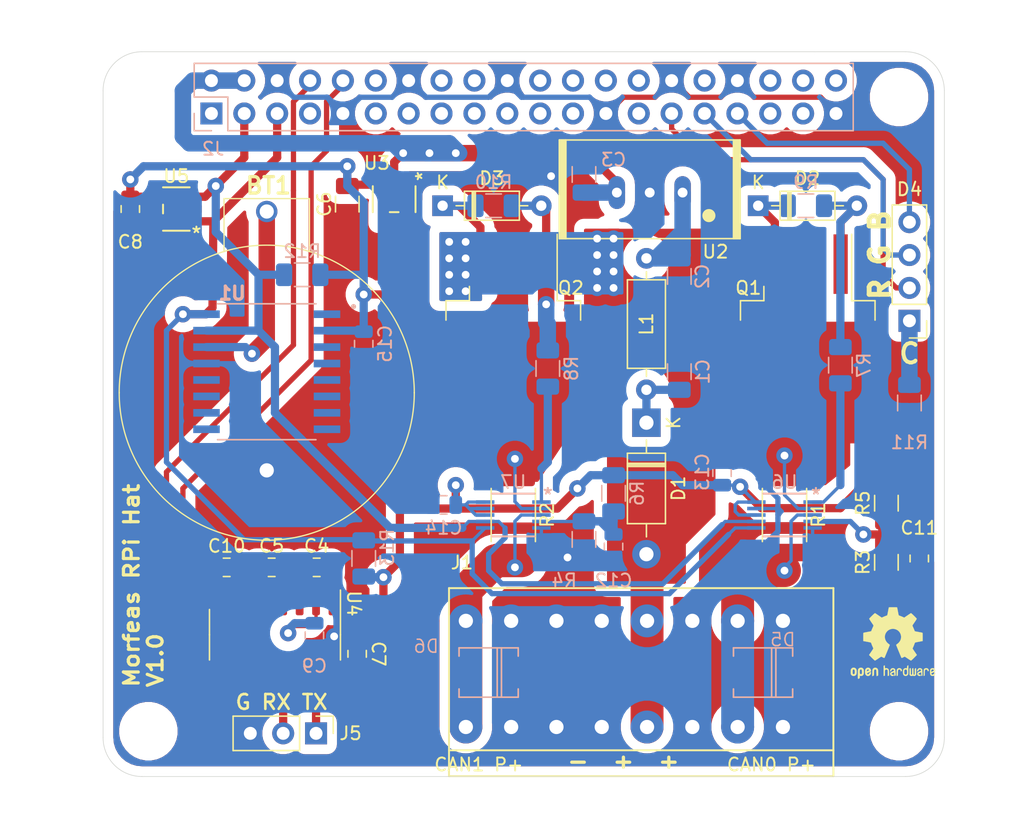
<source format=kicad_pcb>
(kicad_pcb (version 20171130) (host pcbnew "(5.1.5)-3")
  (title_block (title "Morfeas RPi Hat") (date 2019-12-27) (rev V1.0) (comment 2 https://www.tapr.org/ohl.html) (comment 3 "Licence: TAPR Open Hardware License") (comment 4 "Author: Sam Harry Tzavaras"))
  (layers (0 F.Cu signal) (31 B.Cu signal) (34 B.Paste user) (35 F.Paste user) (36 B.SilkS user) (37 F.SilkS user) (38 B.Mask user) (39 F.Mask user) (44 Edge.Cuts user))
  (net 0 "")
  (net 1 GND)
  (net 2 "Net-(BT1-Pad1)")
  (net 3 "Net-(C1-Pad1)")
  (net 4 "Net-(C2-Pad1)")
  (net 5 +5V)
  (net 6 "Net-(C4-Pad1)")
  (net 7 "Net-(C4-Pad2)")
  (net 8 "Net-(C5-Pad2)")
  (net 9 "Net-(C5-Pad1)")
  (net 10 +3V3)
  (net 11 "Net-(C9-Pad2)")
  (net 12 "Net-(C10-Pad2)")
  (net 13 "Net-(C11-Pad2)")
  (net 14 "Net-(C12-Pad2)")
  (net 15 +24V)
  (net 16 "Net-(D2-Pad2)")
  (net 17 "Net-(D3-Pad2)")
  (net 18 SDA)
  (net 19 SCL)
  (net 20 TXD)
  (net 21 RXD)
  (net 22 "Net-(Q1-Pad2)")
  (net 23 "Net-(Q2-Pad2)")
  (net 24 "Net-(R7-Pad1)")
  (net 25 "Net-(R8-Pad1)")
  (net 26 "Net-(J5-Pad2)")
  (net 27 "Net-(J5-Pad1)")
  (net 28 "Net-(D4-Pad1)")
  (net 29 R)
  (net 30 G)
  (net 31 B)
  (net 32 "Net-(D5-Pad1)")
  (net 33 "Net-(D6-Pad1)")
  (module Morfeas_RPi_hat:SPT1.5_8-H-3.5 (layer F.Cu) (at 163.322 112.014)
    (fp_text reference J1 (at -14 -9) (layer F.SilkS))
    (fp_text value Con)
    (pad 8 thru_hole circle (at 10.802 3.7 180) (size 2.54 2.54) (drill 1.1) (layers *.Cu *.Mask) (net 1 GND))
    (pad 7 thru_hole circle (at 7.302 3.7 180) (size 2.54 2.54) (drill 1.1) (layers *.Cu *.Mask) (net 32 "Net-(D5-Pad1)"))
    (pad 6 thru_hole circle (at 3.802 3.7 180) (size 2.54 2.54) (drill 1.1) (layers *.Cu *.Mask) (net 1 GND))
    (pad 5 thru_hole circle (at 0.302 3.7 180) (size 2.54 2.54) (drill 1.1) (layers *.Cu *.Mask) (net 15 +24V))
    (pad 4 thru_hole circle (at -3.198 3.7 180) (size 2.54 2.54) (drill 1.1) (layers *.Cu *.Mask) (net 1 GND))
    (pad 3 thru_hole circle (at -6.698 3.7 180) (size 2.54 2.54) (drill 1.1) (layers *.Cu *.Mask) (net 1 GND))
    (pad 2 thru_hole circle (at -10.198 3.7 180) (size 2.54 2.54) (drill 1.1) (layers *.Cu *.Mask) (net 1 GND))
    (pad 1 thru_hole circle (at -13.698 3.7 180) (size 2.54 2.54) (drill 1.1) (layers *.Cu *.Mask) (net 33 "Net-(D6-Pad1)"))
    (pad 1 thru_hole circle (at -13.698 -4.5 180) (size 2.54 2.54) (drill 1.1) (layers *.Cu *.Mask) (net 33 "Net-(D6-Pad1)"))
    (pad 2 thru_hole circle (at -10.198 -4.5 180) (size 2.54 2.54) (drill 1.1) (layers *.Cu *.Mask) (net 1 GND))
    (pad 3 thru_hole circle (at -6.698 -4.5 180) (size 2.54 2.54) (drill 1.1) (layers *.Cu *.Mask) (net 1 GND))
    (pad 4 thru_hole circle (at -3.198 -4.5 180) (size 2.54 2.54) (drill 1.1) (layers *.Cu *.Mask) (net 1 GND))
    (pad 5 thru_hole circle (at 0.302 -4.5 180) (size 2.54 2.54) (drill 1.1) (layers *.Cu *.Mask) (net 15 +24V))
    (pad 6 thru_hole circle (at 3.802 -4.5 180) (size 2.54 2.54) (drill 1.1) (layers *.Cu *.Mask) (net 1 GND))
    (pad 7 thru_hole circle (at 7.302 -4.5 180) (size 2.54 2.54) (drill 1.1) (layers *.Cu *.Mask) (net 32 "Net-(D5-Pad1)"))
    (pad 8 thru_hole circle (at 10.802 -4.5 180) (size 2.54 2.54) (drill 1.1) (layers *.Cu *.Mask) (net 1 GND))
  )
  (module "Morfeas_RPi_hat:DO-214AC(SMA)" (layer B.Cu) (at 151.384 111.506)
    (fp_text reference D6 (at -4.826 -2.032 180) (layer B.SilkS) (effects (font (size 1.00076 1.00076) (thickness 0.11938)) (justify mirror)))
    (fp_text value NRVTSA4100ET3G)
    (pad 2 smd rect (at 1.89992 0) (size 1.6002 2.19964) (layers B.Cu B.Paste B.Mask) (net 1 GND))
    (pad 1 smd rect (at -1.89992 0) (size 1.6002 2.19964) (layers B.Cu B.Paste B.Mask) (net 33 "Net-(D6-Pad1)"))
  )
  (module "Morfeas_RPi_hat:DO-214AC(SMA)" (layer B.Cu) (at 172.58792 111.506)
    (fp_text reference D5 (at 1.524 -2.54) (layer B.SilkS) (effects (font (size 1.00076 1.00076) (thickness 0.11938)) (justify mirror)))
    (fp_text value NRVTSA4100ET3G)
    (pad 2 smd rect (at 1.89992 0) (size 1.6002 2.19964) (layers B.Cu B.Paste B.Mask) (net 1 GND))
    (pad 1 smd rect (at -1.89992 0) (size 1.6002 2.19964) (layers B.Cu B.Paste B.Mask) (net 32 "Net-(D5-Pad1)"))
  )
  (module Morfeas_RPi_hat:CH252032LF (layer F.Cu) (at 134.239 95.885 180)
    (fp_text reference BT1 (at -0.127 22) (layer F.SilkS) (effects (font (size 1.27 1.27) (thickness 0.254))))
    (fp_text value Battery_Cell hide)
    (pad 2 thru_hole circle (at 0 0 180) (size 1.65 1.65) (drill 1.1) (layers *.Cu *.Mask) (net 1 GND))
    (pad 1 thru_hole circle (at 0 20 180) (size 1.65 1.65) (drill 1.1) (layers *.Cu *.Mask) (net 2 "Net-(BT1-Pad1)"))
  )
  (module Connector_PinHeader_2.54mm:PinHeader_1x03_P2.54mm_Vertical (layer F.Cu) (at 138.049 116.205 270)
    (fp_text reference J5 (at 0 -2.667 unlocked) (layer F.SilkS))
    (fp_text value RS_232)
    (pad 3 thru_hole oval (at 0 5.08 270) (size 1.7 1.7) (drill 1) (layers *.Cu *.Mask) (net 1 GND))
    (pad 2 thru_hole oval (at 0 2.54 270) (size 1.7 1.7) (drill 1) (layers *.Cu *.Mask) (net 26 "Net-(J5-Pad2)"))
    (pad 1 thru_hole rect (at 0 0 270) (size 1.7 1.7) (drill 1) (layers *.Cu *.Mask) (net 27 "Net-(J5-Pad1)"))
  )
  (module Connector_PinHeader_2.54mm:PinHeader_1x04_P2.54mm_Vertical (layer F.Cu) (at 183.896 84.328 180)
    (fp_text reference D4 (at 0 10.16) (layer F.SilkS))
    (fp_text value Status_LEDs)
    (pad 4 thru_hole oval (at 0 7.62 180) (size 1.7 1.7) (drill 1) (layers *.Cu *.Mask) (net 31 B))
    (pad 3 thru_hole oval (at 0 5.08 180) (size 1.7 1.7) (drill 1) (layers *.Cu *.Mask) (net 30 G))
    (pad 2 thru_hole oval (at 0 2.54 180) (size 1.7 1.7) (drill 1) (layers *.Cu *.Mask) (net 29 R))
    (pad 1 thru_hole rect (at 0 0 180) (size 1.7 1.7) (drill 1) (layers *.Cu *.Mask) (net 28 "Net-(D4-Pad1)"))
  )
  (module Diode_THT:D_DO-41_SOD81_P10.16mm_Horizontal (layer F.Cu) (at 163.576 92.202 270)
    (fp_text reference D1 (at 5.08 -2.47 90) (layer F.SilkS))
    (fp_text value 1N4007)
    (fp_text user K (at 0 -2.1 90) (layer F.SilkS))
    (pad 2 thru_hole oval (at 10.16 0 270) (size 2.2 2.2) (drill 1.1) (layers *.Cu *.Mask) (net 15 +24V))
    (pad 1 thru_hole rect (at 0 0 270) (size 2.2 2.2) (drill 1.1) (layers *.Cu *.Mask) (net 3 "Net-(C1-Pad1)"))
  )
  (module Morfeas_RPi_Hat:MAX9611AUB&plus_ (layer B.Cu) (at 153.289 99.335 180)
    (fp_text reference U7 (at 0 2.54 180) (layer B.SilkS) (effects (justify mirror)))
    (fp_text value MAX9611 hide)
    (fp_text user * (at -2.667 1.545 180) (layer B.SilkS) (effects (justify mirror)))
    (fp_text user * (at -2.667 1.545 180) (layer B.SilkS) (effects (justify mirror)))
    (pad 10 smd rect (at 2.1717 1.000001 180) (size 1.4224 0.2794) (layers B.Cu B.Paste B.Mask) (net 10 +3V3))
    (pad 9 smd rect (at 2.1717 0.499999 180) (size 1.4224 0.2794) (layers B.Cu B.Paste B.Mask) (net 10 +3V3))
    (pad 8 smd rect (at 2.1717 0 180) (size 1.4224 0.2794) (layers B.Cu B.Paste B.Mask) (net 10 +3V3))
    (pad 7 smd rect (at 2.1717 -0.499999 180) (size 1.4224 0.2794) (layers B.Cu B.Paste B.Mask) (net 18 SDA))
    (pad 6 smd rect (at 2.1717 -1.000001 180) (size 1.4224 0.2794) (layers B.Cu B.Paste B.Mask) (net 19 SCL))
    (pad 5 smd rect (at -2.1717 -1.000001 180) (size 1.4224 0.2794) (layers B.Cu B.Paste B.Mask) (net 1 GND))
    (pad 4 smd rect (at -2.1717 -0.499999 180) (size 1.4224 0.2794) (layers B.Cu B.Paste B.Mask) (net 14 "Net-(C12-Pad2)"))
    (pad 3 smd rect (at -2.1717 0 180) (size 1.4224 0.2794) (layers B.Cu B.Paste B.Mask) (net 33 "Net-(D6-Pad1)"))
    (pad 2 smd rect (at -2.1717 0.499999 180) (size 1.4224 0.2794) (layers B.Cu B.Paste B.Mask) (net 23 "Net-(Q2-Pad2)"))
    (pad 1 smd rect (at -2.1717 1.000001 180) (size 1.4224 0.2794) (layers B.Cu B.Paste B.Mask) (net 25 "Net-(R8-Pad1)"))
  )
  (module Symbols:OSHW-Logo2_7.3x6mm_SilkScreen (layer F.Cu) (at 182.626 109.22)
    (fp_text reference Open_Source_hardware1 hide)
    (fp_text value "Open Source Hardware" hide)
  )
  (module Morfeas_RPi_Hat:MAX9611AUB&plus_ (layer B.Cu) (at 174.244 99.335 180)
    (fp_text reference U6 (at 0 2.54 180) (layer B.SilkS) (effects (justify mirror)))
    (fp_text value MAX9611 hide)
    (fp_text user * (at -2.4257 1.545 180) (layer B.SilkS) (effects (justify mirror)))
    (fp_text user * (at -2.4257 1.545 180) (layer B.SilkS) (effects (justify mirror)))
    (pad 1 smd rect (at -2.1717 1.000001 180) (size 1.4224 0.2794) (layers B.Cu B.Paste B.Mask) (net 24 "Net-(R7-Pad1)"))
    (pad 2 smd rect (at -2.1717 0.499999 180) (size 1.4224 0.2794) (layers B.Cu B.Paste B.Mask) (net 22 "Net-(Q1-Pad2)"))
    (pad 3 smd rect (at -2.1717 0 180) (size 1.4224 0.2794) (layers B.Cu B.Paste B.Mask) (net 32 "Net-(D5-Pad1)"))
    (pad 4 smd rect (at -2.1717 -0.499999 180) (size 1.4224 0.2794) (layers B.Cu B.Paste B.Mask) (net 13 "Net-(C11-Pad2)"))
    (pad 5 smd rect (at -2.1717 -1.000001 180) (size 1.4224 0.2794) (layers B.Cu B.Paste B.Mask) (net 1 GND))
    (pad 6 smd rect (at 2.1717 -1.000001 180) (size 1.4224 0.2794) (layers B.Cu B.Paste B.Mask) (net 19 SCL))
    (pad 7 smd rect (at 2.1717 -0.499999 180) (size 1.4224 0.2794) (layers B.Cu B.Paste B.Mask) (net 18 SDA))
    (pad 8 smd rect (at 2.1717 0 180) (size 1.4224 0.2794) (layers B.Cu B.Paste B.Mask) (net 10 +3V3))
    (pad 9 smd rect (at 2.1717 0.499999 180) (size 1.4224 0.2794) (layers B.Cu B.Paste B.Mask) (net 1 GND))
    (pad 10 smd rect (at 2.1717 1.000001 180) (size 1.4224 0.2794) (layers B.Cu B.Paste B.Mask) (net 10 +3V3))
  )
  (module Morfeas_RPi_hat:TLV70433DBVT (layer F.Cu) (at 144.083999 74.93 270)
    (fp_text reference U3 (at -2.794 1.335999 180) (layer F.SilkS))
    (fp_text value TLV70433)
    (fp_text user * (at -1.778 -2.220001 90) (layer F.SilkS))
    (pad 1 smd rect (at -1.1176 -0.950001 270) (size 1.4732 0.5588) (layers F.Cu F.Paste F.Mask) (net 1 GND))
    (pad 2 smd rect (at -1.1176 0 270) (size 1.4732 0.5588) (layers F.Cu F.Paste F.Mask) (net 5 +5V))
    (pad 3 smd rect (at -1.1176 0.950001 270) (size 1.4732 0.5588) (layers F.Cu F.Paste F.Mask) (net 10 +3V3))
    (pad 4 smd rect (at 1.1176 0.950001 270) (size 1.4732 0.5588) (layers F.Cu F.Paste F.Mask))
    (pad 5 smd rect (at 1.1176 -0.950001 270) (size 1.4732 0.5588) (layers F.Cu F.Paste F.Mask))
  )
  (module Connector_PinSocket_2.54mm:PinSocket_2x20_P2.54mm_Vertical (layer B.Cu) (at 154.094 67.04 270)
    (fp_text reference J2 (at 4 24) (layer B.SilkS) (effects (justify mirror)))
    (fp_text value RPi_header)
    (pad 40 thru_hole oval (at -1.27 -24.13 270) (size 1.7 1.7) (drill 1) (layers *.Cu *.Mask))
    (pad 39 thru_hole oval (at 1.27 -24.13 270) (size 1.7 1.7) (drill 1) (layers *.Cu *.Mask) (net 1 GND))
    (pad 38 thru_hole oval (at -1.27 -21.59 270) (size 1.7 1.7) (drill 1) (layers *.Cu *.Mask))
    (pad 37 thru_hole oval (at 1.27 -21.59 270) (size 1.7 1.7) (drill 1) (layers *.Cu *.Mask))
    (pad 36 thru_hole oval (at -1.27 -19.05 270) (size 1.7 1.7) (drill 1) (layers *.Cu *.Mask))
    (pad 35 thru_hole oval (at 1.27 -19.05 270) (size 1.7 1.7) (drill 1) (layers *.Cu *.Mask))
    (pad 34 thru_hole oval (at -1.27 -16.51 270) (size 1.7 1.7) (drill 1) (layers *.Cu *.Mask) (net 1 GND))
    (pad 33 thru_hole oval (at 1.27 -16.51 270) (size 1.7 1.7) (drill 1) (layers *.Cu *.Mask) (net 31 B))
    (pad 32 thru_hole oval (at -1.27 -13.97 270) (size 1.7 1.7) (drill 1) (layers *.Cu *.Mask))
    (pad 31 thru_hole oval (at 1.27 -13.97 270) (size 1.7 1.7) (drill 1) (layers *.Cu *.Mask) (net 30 G))
    (pad 30 thru_hole oval (at -1.27 -11.43 270) (size 1.7 1.7) (drill 1) (layers *.Cu *.Mask) (net 1 GND))
    (pad 29 thru_hole oval (at 1.27 -11.43 270) (size 1.7 1.7) (drill 1) (layers *.Cu *.Mask) (net 29 R))
    (pad 28 thru_hole oval (at -1.27 -8.89 270) (size 1.7 1.7) (drill 1) (layers *.Cu *.Mask))
    (pad 27 thru_hole oval (at 1.27 -8.89 270) (size 1.7 1.7) (drill 1) (layers *.Cu *.Mask))
    (pad 26 thru_hole oval (at -1.27 -6.35 270) (size 1.7 1.7) (drill 1) (layers *.Cu *.Mask))
    (pad 25 thru_hole oval (at 1.27 -6.35 270) (size 1.7 1.7) (drill 1) (layers *.Cu *.Mask) (net 1 GND))
    (pad 24 thru_hole oval (at -1.27 -3.81 270) (size 1.7 1.7) (drill 1) (layers *.Cu *.Mask))
    (pad 23 thru_hole oval (at 1.27 -3.81 270) (size 1.7 1.7) (drill 1) (layers *.Cu *.Mask))
    (pad 22 thru_hole oval (at -1.27 -1.27 270) (size 1.7 1.7) (drill 1) (layers *.Cu *.Mask))
    (pad 21 thru_hole oval (at 1.27 -1.27 270) (size 1.7 1.7) (drill 1) (layers *.Cu *.Mask))
    (pad 20 thru_hole oval (at -1.27 1.27 270) (size 1.7 1.7) (drill 1) (layers *.Cu *.Mask) (net 1 GND))
    (pad 19 thru_hole oval (at 1.27 1.27 270) (size 1.7 1.7) (drill 1) (layers *.Cu *.Mask))
    (pad 18 thru_hole oval (at -1.27 3.81 270) (size 1.7 1.7) (drill 1) (layers *.Cu *.Mask))
    (pad 17 thru_hole oval (at 1.27 3.81 270) (size 1.7 1.7) (drill 1) (layers *.Cu *.Mask))
    (pad 16 thru_hole oval (at -1.27 6.35 270) (size 1.7 1.7) (drill 1) (layers *.Cu *.Mask))
    (pad 15 thru_hole oval (at 1.27 6.35 270) (size 1.7 1.7) (drill 1) (layers *.Cu *.Mask))
    (pad 14 thru_hole oval (at -1.27 8.89 270) (size 1.7 1.7) (drill 1) (layers *.Cu *.Mask) (net 1 GND))
    (pad 13 thru_hole oval (at 1.27 8.89 270) (size 1.7 1.7) (drill 1) (layers *.Cu *.Mask))
    (pad 12 thru_hole oval (at -1.27 11.43 270) (size 1.7 1.7) (drill 1) (layers *.Cu *.Mask))
    (pad 11 thru_hole oval (at 1.27 11.43 270) (size 1.7 1.7) (drill 1) (layers *.Cu *.Mask))
    (pad 10 thru_hole oval (at -1.27 13.97 270) (size 1.7 1.7) (drill 1) (layers *.Cu *.Mask) (net 21 RXD))
    (pad 9 thru_hole oval (at 1.27 13.97 270) (size 1.7 1.7) (drill 1) (layers *.Cu *.Mask) (net 1 GND))
    (pad 8 thru_hole oval (at -1.27 16.51 270) (size 1.7 1.7) (drill 1) (layers *.Cu *.Mask) (net 20 TXD))
    (pad 7 thru_hole oval (at 1.27 16.51 270) (size 1.7 1.7) (drill 1) (layers *.Cu *.Mask))
    (pad 6 thru_hole oval (at -1.27 19.05 270) (size 1.7 1.7) (drill 1) (layers *.Cu *.Mask) (net 1 GND))
    (pad 5 thru_hole oval (at 1.27 19.05 270) (size 1.7 1.7) (drill 1) (layers *.Cu *.Mask) (net 19 SCL))
    (pad 4 thru_hole oval (at -1.27 21.59 270) (size 1.7 1.7) (drill 1) (layers *.Cu *.Mask) (net 5 +5V))
    (pad 3 thru_hole oval (at 1.27 21.59 270) (size 1.7 1.7) (drill 1) (layers *.Cu *.Mask) (net 18 SDA))
    (pad 2 thru_hole oval (at -1.27 24.13 270) (size 1.7 1.7) (drill 1) (layers *.Cu *.Mask) (net 5 +5V))
    (pad 1 thru_hole rect (at 1.27 24.13 270) (size 1.7 1.7) (drill 1) (layers *.Cu *.Mask))
  )
  (module Project's_libs:SOIC127P1032X265-16N (layer B.Cu) (at 134.239 88.265 180)
    (fp_text reference U1 (at 2.667 6.062) (layer B.SilkS) (effects (font (size 1.016 1.016) (thickness 0.25)) (justify mirror)))
    (fp_text value DS3231)
    (pad 1 smd rect (at -4.655 4.445 180) (size 2.05 0.59) (layers B.Cu B.Paste B.Mask))
    (pad 2 smd rect (at -4.655 3.175 180) (size 2.05 0.59) (layers B.Cu B.Paste B.Mask) (net 10 +3V3))
    (pad 3 smd rect (at -4.655 1.905 180) (size 2.05 0.59) (layers B.Cu B.Paste B.Mask))
    (pad 4 smd rect (at -4.655 0.635 180) (size 2.05 0.59) (layers B.Cu B.Paste B.Mask))
    (pad 5 smd rect (at -4.655 -0.635 180) (size 2.05 0.59) (layers B.Cu B.Paste B.Mask))
    (pad 6 smd rect (at -4.655 -1.905 180) (size 2.05 0.59) (layers B.Cu B.Paste B.Mask))
    (pad 7 smd rect (at -4.655 -3.175 180) (size 2.05 0.59) (layers B.Cu B.Paste B.Mask))
    (pad 8 smd rect (at -4.655 -4.445 180) (size 2.05 0.59) (layers B.Cu B.Paste B.Mask))
    (pad 9 smd rect (at 4.655 -4.445 180) (size 2.05 0.59) (layers B.Cu B.Paste B.Mask))
    (pad 10 smd rect (at 4.655 -3.175 180) (size 2.05 0.59) (layers B.Cu B.Paste B.Mask))
    (pad 11 smd rect (at 4.655 -1.905 180) (size 2.05 0.59) (layers B.Cu B.Paste B.Mask))
    (pad 12 smd rect (at 4.655 -0.635 180) (size 2.05 0.59) (layers B.Cu B.Paste B.Mask))
    (pad 13 smd rect (at 4.655 0.635 180) (size 2.05 0.59) (layers B.Cu B.Paste B.Mask) (net 1 GND))
    (pad 14 smd rect (at 4.655 1.905 180) (size 2.05 0.59) (layers B.Cu B.Paste B.Mask) (net 2 "Net-(BT1-Pad1)"))
    (pad 15 smd rect (at 4.655 3.175 180) (size 2.05 0.59) (layers B.Cu B.Paste B.Mask) (net 18 SDA))
    (pad 16 smd rect (at 4.655 4.445 180) (size 2.05 0.59) (layers B.Cu B.Paste B.Mask) (net 19 SCL))
  )
  (module Capacitor_SMD:C_1206_3216Metric (layer B.Cu) (at 166.116 88.262 90)
    (fp_text reference C1 (at 0 1.82 270) (layer B.SilkS) (effects (justify mirror)))
    (fp_text value 10uF)
    (pad 1 smd roundrect (at -1.4 0 90) (size 1.25 1.75) (layers B.Cu B.Paste B.Mask) (roundrect_rratio 0.2) (net 3 "Net-(C1-Pad1)"))
    (pad 2 smd roundrect (at 1.4 0 90) (size 1.25 1.75) (layers B.Cu B.Paste B.Mask) (roundrect_rratio 0.2) (net 1 GND))
  )
  (module Capacitor_SMD:C_1206_3216Metric (layer B.Cu) (at 166.116 80.902 270)
    (fp_text reference C2 (at 0 -1.778 90) (layer B.SilkS) (effects (justify mirror)))
    (fp_text value 10uf)
    (pad 2 smd roundrect (at 1.4 0 270) (size 1.25 1.75) (layers B.Cu B.Paste B.Mask) (roundrect_rratio 0.2) (net 1 GND))
    (pad 1 smd roundrect (at -1.4 0 270) (size 1.25 1.75) (layers B.Cu B.Paste B.Mask) (roundrect_rratio 0.2) (net 4 "Net-(C2-Pad1)"))
  )
  (module Capacitor_SMD:C_1206_3216Metric (layer B.Cu) (at 158.75 73.022 90)
    (fp_text reference C3 (at 1.14 2.286) (layer B.SilkS) (effects (justify mirror)))
    (fp_text value 10uf)
    (pad 2 smd roundrect (at 1.4 0 90) (size 1.25 1.75) (layers B.Cu B.Paste B.Mask) (roundrect_rratio 0.2) (net 1 GND))
    (pad 1 smd roundrect (at -1.4 0 90) (size 1.25 1.75) (layers B.Cu B.Paste B.Mask) (roundrect_rratio 0.2) (net 5 +5V))
  )
  (module Capacitor_SMD:C_0805_2012Metric (layer F.Cu) (at 138.0975 103.378)
    (fp_text reference C4 (at 0 -1.65) (layer F.SilkS))
    (fp_text value 100nf)
    (pad 1 smd roundrect (at -0.9375 0) (size 0.975 1.4) (layers F.Cu F.Paste F.Mask) (net 6 "Net-(C4-Pad1)"))
    (pad 2 smd roundrect (at 0.9375 0) (size 0.975 1.4) (layers F.Cu F.Paste F.Mask) (net 7 "Net-(C4-Pad2)"))
  )
  (module Capacitor_SMD:C_0805_2012Metric (layer F.Cu) (at 134.62 103.378)
    (fp_text reference C5 (at 0 -1.65) (layer F.SilkS))
    (fp_text value 100nf)
    (pad 2 smd roundrect (at 0.9375 0) (size 0.975 1.4) (layers F.Cu F.Paste F.Mask) (net 8 "Net-(C5-Pad2)"))
    (pad 1 smd roundrect (at -0.9375 0) (size 0.975 1.4) (layers F.Cu F.Paste F.Mask) (net 9 "Net-(C5-Pad1)"))
  )
  (module Capacitor_SMD:C_1206_3216Metric (layer F.Cu) (at 140.462 75.314 270)
    (fp_text reference C6 (at 0 1.778 90) (layer F.SilkS))
    (fp_text value 10uf)
    (pad 1 smd roundrect (at -1.4 0 270) (size 1.25 1.75) (layers F.Cu F.Paste F.Mask) (roundrect_rratio 0.2) (net 10 +3V3))
    (pad 2 smd roundrect (at 1.4 0 270) (size 1.25 1.75) (layers F.Cu F.Paste F.Mask) (roundrect_rratio 0.2) (net 1 GND))
  )
  (module Capacitor_SMD:C_0805_2012Metric (layer F.Cu) (at 141.224 110.0605 270)
    (fp_text reference C7 (at 0 -1.65 270 unlocked) (layer F.SilkS))
    (fp_text value 100nf)
    (pad 2 smd roundrect (at 0.9375 0 270) (size 0.975 1.4) (layers F.Cu F.Paste F.Mask) (net 10 +3V3))
    (pad 1 smd roundrect (at -0.9375 0 270) (size 0.975 1.4) (layers F.Cu F.Paste F.Mask) (net 1 GND))
  )
  (module Capacitor_SMD:C_0805_2012Metric (layer F.Cu) (at 123.698 75.692 90)
    (fp_text reference C8 (at -2.54 0) (layer F.SilkS))
    (fp_text value 100nf)
    (pad 2 smd roundrect (at 0.9375 0 90) (size 0.975 1.4) (layers F.Cu F.Paste F.Mask) (net 10 +3V3))
    (pad 1 smd roundrect (at -0.9375 0 90) (size 0.975 1.4) (layers F.Cu F.Paste F.Mask) (net 1 GND))
  )
  (module Capacitor_SMD:C_0805_2012Metric (layer B.Cu) (at 137.922 108.6335 90)
    (fp_text reference C9 (at -2.3645 0 180) (layer B.SilkS) (effects (justify mirror)))
    (fp_text value 100nf)
    (pad 1 smd roundrect (at -0.9375 0 90) (size 0.975 1.4) (layers B.Cu B.Paste B.Mask) (net 1 GND))
    (pad 2 smd roundrect (at 0.9375 0 90) (size 0.975 1.4) (layers B.Cu B.Paste B.Mask) (net 11 "Net-(C9-Pad2)"))
  )
  (module Capacitor_SMD:C_0805_2012Metric (layer F.Cu) (at 131.1425 103.378)
    (fp_text reference C10 (at 0 -1.65) (layer F.SilkS))
    (fp_text value 100nf)
    (pad 1 smd roundrect (at -0.9375 0) (size 0.975 1.4) (layers F.Cu F.Paste F.Mask) (net 1 GND))
    (pad 2 smd roundrect (at 0.9375 0) (size 0.975 1.4) (layers F.Cu F.Paste F.Mask) (net 12 "Net-(C10-Pad2)"))
  )
  (module Capacitor_SMD:C_0805_2012Metric (layer F.Cu) (at 184.658 102.6945 90)
    (fp_text reference C11 (at 2.3645 0 180) (layer F.SilkS))
    (fp_text value 100nf)
    (pad 2 smd roundrect (at 0.9375 0 90) (size 0.975 1.4) (layers F.Cu F.Paste F.Mask) (net 13 "Net-(C11-Pad2)"))
    (pad 1 smd roundrect (at -0.9375 0 90) (size 0.975 1.4) (layers F.Cu F.Paste F.Mask) (net 1 GND))
  )
  (module Capacitor_SMD:C_0805_2012Metric (layer B.Cu) (at 161.036 101.7755 90)
    (fp_text reference C12 (at -2.6185 0) (layer B.SilkS) (effects (justify mirror)))
    (fp_text value 100nf)
    (pad 1 smd roundrect (at -0.9375 0 90) (size 0.975 1.4) (layers B.Cu B.Paste B.Mask) (net 1 GND))
    (pad 2 smd roundrect (at 0.9375 0 90) (size 0.975 1.4) (layers B.Cu B.Paste B.Mask) (net 14 "Net-(C12-Pad2)"))
  )
  (module Capacitor_SMD:C_0805_2012Metric (layer B.Cu) (at 169.418 96.0905 90)
    (fp_text reference C13 (at 0.0785 -1.524 270) (layer B.SilkS) (effects (justify mirror)))
    (fp_text value 100nf)
    (pad 2 smd roundrect (at 0.9375 0 90) (size 0.975 1.4) (layers B.Cu B.Paste B.Mask) (net 1 GND))
    (pad 1 smd roundrect (at -0.9375 0 90) (size 0.975 1.4) (layers B.Cu B.Paste B.Mask) (net 10 +3V3))
  )
  (module Capacitor_SMD:C_0805_2012Metric (layer B.Cu) (at 147.9065 98.552 180)
    (fp_text reference C14 (at 0 -1.778 180) (layer B.SilkS) (effects (justify mirror)))
    (fp_text value 100nf)
    (pad 1 smd roundrect (at -0.9375 0 180) (size 0.975 1.4) (layers B.Cu B.Paste B.Mask) (net 10 +3V3))
    (pad 2 smd roundrect (at 0.9375 0 180) (size 0.975 1.4) (layers B.Cu B.Paste B.Mask) (net 1 GND))
  )
  (module MountingHole:MountingHole_3mm (layer F.Cu) (at 183.094 67.04)
    (fp_text reference H1 hide)
    (fp_text value MountingHole)
    (pad 1 np_thru_hole circle (at 0 0) (size 3 3) (drill 3) (layers *.Cu *.Mask))
  )
  (module MountingHole:MountingHole_3mm (layer F.Cu) (at 125.094 67.04)
    (fp_text reference H2 hide)
    (fp_text value MountingHole)
    (pad "" np_thru_hole circle (at 0 0) (size 3 3) (drill 3) (layers *.Cu *.Mask))
  )
  (module MountingHole:MountingHole_3mm (layer F.Cu) (at 183.094 116.04)
    (fp_text reference H3 hide)
    (fp_text value MountingHole)
    (pad 1 np_thru_hole circle (at 0 0) (size 3 3) (drill 3) (layers *.Cu *.Mask))
  )
  (module MountingHole:MountingHole_3mm (layer F.Cu) (at 125.094 116.04)
    (fp_text reference H4 hide)
    (fp_text value MountingHole)
    (pad 1 np_thru_hole circle (at 0 0) (size 3 3) (drill 3) (layers *.Cu *.Mask))
  )
  (module Inductor_THT:L_Axial_L6.6mm_D2.7mm_P10.16mm_Horizontal_Vishay_IM-2 (layer F.Cu) (at 163.576 89.662 90)
    (fp_text reference L1 (at 5.08 0 90) (layer F.SilkS))
    (fp_text value 10uH)
    (pad 1 thru_hole circle (at 0 0 90) (size 1.6 1.6) (drill 0.8) (layers *.Cu *.Mask) (net 3 "Net-(C1-Pad1)"))
    (pad 2 thru_hole oval (at 10.16 0 90) (size 1.6 1.6) (drill 0.8) (layers *.Cu *.Mask) (net 4 "Net-(C2-Pad1)"))
  )
  (module Package_TO_SOT_SMD:TO-263-2 (layer F.Cu) (at 176.041 85.725 270)
    (fp_text reference Q1 (at -3.937 4.591) (layer F.SilkS))
    (fp_text value SUM110P06)
    (pad 2 smd rect (at 3.375 0 270) (size 9.4 10.8) (layers F.Cu F.Mask) (net 22 "Net-(Q1-Pad2)"))
    (pad 3 smd rect (at -5.775 2.54 270) (size 4.6 1.1) (layers F.Cu F.Paste F.Mask) (net 15 +24V))
    (pad 1 smd rect (at -5.775 -2.54 270) (size 4.6 1.1) (layers F.Cu F.Paste F.Mask) (net 16 "Net-(D2-Pad2)"))
  )
  (module Package_TO_SOT_SMD:TO-263-2 (layer F.Cu) (at 153.289 85.725 270)
    (fp_text reference Q2 (at -3.937 -4.445 180) (layer F.SilkS))
    (fp_text value SUM110P06)
    (pad 1 smd rect (at -5.775 -2.54 270) (size 4.6 1.1) (layers F.Cu F.Paste F.Mask) (net 17 "Net-(D3-Pad2)"))
    (pad 3 smd rect (at -5.775 2.54 270) (size 4.6 1.1) (layers F.Cu F.Paste F.Mask) (net 15 +24V))
    (pad 2 smd rect (at 3.375 0 270) (size 9.4 10.8) (layers F.Cu F.Mask) (net 23 "Net-(Q2-Pad2)"))
  )
  (module Resistor_SMD:R_2512_6332Metric (layer F.Cu) (at 174.244 99.335 270)
    (fp_text reference R1 (at 0 -2.62 90) (layer F.SilkS))
    (fp_text value 22mΩ)
    (pad 2 smd roundrect (at 2.9 0 270) (size 1.35 3.35) (layers F.Cu F.Paste F.Mask) (roundrect_rratio 0.185185) (net 32 "Net-(D5-Pad1)"))
    (pad 1 smd roundrect (at -2.9 0 270) (size 1.35 3.35) (layers F.Cu F.Paste F.Mask) (roundrect_rratio 0.185185) (net 22 "Net-(Q1-Pad2)"))
  )
  (module Resistor_SMD:R_2512_6332Metric (layer F.Cu) (at 153.289 99.335 270)
    (fp_text reference R2 (at 0 -2.62 90) (layer F.SilkS))
    (fp_text value 22mΩ)
    (pad 1 smd roundrect (at -2.9 0 270) (size 1.35 3.35) (layers F.Cu F.Paste F.Mask) (roundrect_rratio 0.185185) (net 23 "Net-(Q2-Pad2)"))
    (pad 2 smd roundrect (at 2.9 0 270) (size 1.35 3.35) (layers F.Cu F.Paste F.Mask) (roundrect_rratio 0.185185) (net 33 "Net-(D6-Pad1)"))
  )
  (module Resistor_SMD:R_1206_3216Metric (layer F.Cu) (at 182.118 102.994 90)
    (fp_text reference R3 (at 0 -1.82 90) (layer F.SilkS))
    (fp_text value 1.3kΩ)
    (pad 1 smd roundrect (at -1.4 0 90) (size 1.25 1.75) (layers F.Cu F.Paste F.Mask) (roundrect_rratio 0.2) (net 1 GND))
    (pad 2 smd roundrect (at 1.4 0 90) (size 1.25 1.75) (layers F.Cu F.Paste F.Mask) (roundrect_rratio 0.2) (net 13 "Net-(C11-Pad2)"))
  )
  (module Resistor_SMD:R_1206_3216Metric (layer B.Cu) (at 158.75 101.222 90)
    (fp_text reference R4 (at -3.172 -1.524 180) (layer B.SilkS) (effects (justify mirror)))
    (fp_text value 1.3kΩ)
    (pad 1 smd roundrect (at -1.4 0 90) (size 1.25 1.75) (layers B.Cu B.Paste B.Mask) (roundrect_rratio 0.2) (net 1 GND))
    (pad 2 smd roundrect (at 1.4 0 90) (size 1.25 1.75) (layers B.Cu B.Paste B.Mask) (roundrect_rratio 0.2) (net 14 "Net-(C12-Pad2)"))
  )
  (module Resistor_SMD:R_1206_3216Metric (layer F.Cu) (at 182.118 98.422 90)
    (fp_text reference R5 (at 0 -1.82 90) (layer F.SilkS))
    (fp_text value 18kΩ)
    (pad 1 smd roundrect (at -1.4 0 90) (size 1.25 1.75) (layers F.Cu F.Paste F.Mask) (roundrect_rratio 0.2) (net 13 "Net-(C11-Pad2)"))
    (pad 2 smd roundrect (at 1.4 0 90) (size 1.25 1.75) (layers F.Cu F.Paste F.Mask) (roundrect_rratio 0.2) (net 10 +3V3))
  )
  (module Resistor_SMD:R_1206_3216Metric (layer B.Cu) (at 161.036 97.66 90)
    (fp_text reference R6 (at 0 1.82 270) (layer B.SilkS) (effects (justify mirror)))
    (fp_text value 18kΩ)
    (pad 2 smd roundrect (at 1.4 0 90) (size 1.25 1.75) (layers B.Cu B.Paste B.Mask) (roundrect_rratio 0.2) (net 10 +3V3))
    (pad 1 smd roundrect (at -1.4 0 90) (size 1.25 1.75) (layers B.Cu B.Paste B.Mask) (roundrect_rratio 0.2) (net 14 "Net-(C12-Pad2)"))
  )
  (module Resistor_SMD:R_1206_3216Metric (layer B.Cu) (at 178.562 87.76 90)
    (fp_text reference R7 (at 0 1.82 270) (layer B.SilkS) (effects (justify mirror)))
    (fp_text value 1.2kΩ)
    (pad 1 smd roundrect (at -1.4 0 90) (size 1.25 1.75) (layers B.Cu B.Paste B.Mask) (roundrect_rratio 0.2) (net 24 "Net-(R7-Pad1)"))
    (pad 2 smd roundrect (at 1.4 0 90) (size 1.25 1.75) (layers B.Cu B.Paste B.Mask) (roundrect_rratio 0.2) (net 16 "Net-(D2-Pad2)"))
  )
  (module Resistor_SMD:R_1206_3216Metric (layer B.Cu) (at 155.956 88.014 90)
    (fp_text reference R8 (at 0 1.82 270) (layer B.SilkS) (effects (justify mirror)))
    (fp_text value 1.2kΩ)
    (pad 1 smd roundrect (at -1.4 0 90) (size 1.25 1.75) (layers B.Cu B.Paste B.Mask) (roundrect_rratio 0.2) (net 25 "Net-(R8-Pad1)"))
    (pad 2 smd roundrect (at 1.4 0 90) (size 1.25 1.75) (layers B.Cu B.Paste B.Mask) (roundrect_rratio 0.2) (net 17 "Net-(D3-Pad2)"))
  )
  (module Resistor_SMD:R_1206_3216Metric (layer B.Cu) (at 175.898 75.438 180)
    (fp_text reference R9 (at 0 1.82) (layer B.SilkS) (effects (justify mirror)))
    (fp_text value 2.2kΩ)
    (pad 2 smd roundrect (at 1.4 0 180) (size 1.25 1.75) (layers B.Cu B.Paste B.Mask) (roundrect_rratio 0.2) (net 15 +24V))
    (pad 1 smd roundrect (at -1.4 0 180) (size 1.25 1.75) (layers B.Cu B.Paste B.Mask) (roundrect_rratio 0.2) (net 16 "Net-(D2-Pad2)"))
  )
  (module Resistor_SMD:R_1206_3216Metric (layer B.Cu) (at 151.768 75.438 180)
    (fp_text reference R10 (at 0 1.82) (layer B.SilkS) (effects (justify mirror)))
    (fp_text value 2.2kΩ)
    (pad 2 smd roundrect (at 1.4 0 180) (size 1.25 1.75) (layers B.Cu B.Paste B.Mask) (roundrect_rratio 0.2) (net 15 +24V))
    (pad 1 smd roundrect (at -1.4 0 180) (size 1.25 1.75) (layers B.Cu B.Paste B.Mask) (roundrect_rratio 0.2) (net 17 "Net-(D3-Pad2)"))
  )
  (module Morfeas_RPi_Hat:24AA08T-I&slash_OT (layer F.Cu) (at 127.254 75.692 180)
    (fp_text reference U5 (at 0 2.54 180) (layer F.SilkS))
    (fp_text value 24AA08 hide)
    (fp_text user * (at -1.5494 -1.905) (layer F.SilkS))
    (pad 1 smd rect (at -1.2954 -0.950001 180) (size 1.3208 0.5588) (layers F.Cu F.Paste F.Mask) (net 19 SCL))
    (pad 2 smd rect (at -1.2954 0 180) (size 1.3208 0.5588) (layers F.Cu F.Paste F.Mask) (net 1 GND))
    (pad 3 smd rect (at -1.2954 0.950001 180) (size 1.3208 0.5588) (layers F.Cu F.Paste F.Mask) (net 18 SDA))
    (pad 4 smd rect (at 1.2954 0.950001 180) (size 1.3208 0.5588) (layers F.Cu F.Paste F.Mask) (net 10 +3V3))
    (pad 5 smd rect (at 1.2954 -0.950001 180) (size 1.3208 0.5588) (layers F.Cu F.Paste F.Mask) (net 1 GND))
  )
  (module Diode_THT:D_DO-35_SOD27_P7.62mm_Horizontal (layer F.Cu) (at 172.212 75.438)
    (fp_text reference D2 (at 3.81 -2.12) (layer F.SilkS))
    (fp_text value Zener10V)
    (fp_text user K (at 0 -1.8) (layer F.SilkS))
    (pad 1 thru_hole rect (at 0 0) (size 1.6 1.6) (drill 0.8) (layers *.Cu *.Mask) (net 15 +24V))
    (pad 2 thru_hole oval (at 7.62 0) (size 1.6 1.6) (drill 0.8) (layers *.Cu *.Mask) (net 16 "Net-(D2-Pad2)"))
  )
  (module Diode_THT:D_DO-35_SOD27_P7.62mm_Horizontal (layer F.Cu) (at 147.828 75.438)
    (fp_text reference D3 (at 3.81 -2.12) (layer F.SilkS))
    (fp_text value Zener10V)
    (fp_text user K (at 0 -1.8) (layer F.SilkS))
    (pad 2 thru_hole oval (at 7.62 0) (size 1.6 1.6) (drill 0.8) (layers *.Cu *.Mask) (net 17 "Net-(D3-Pad2)"))
    (pad 1 thru_hole rect (at 0 0) (size 1.6 1.6) (drill 0.8) (layers *.Cu *.Mask) (net 15 +24V))
  )
  (module Package_SO:SOIC-16_3.9x9.9mm_P1.27mm (layer F.Cu) (at 134.874 108.585 270)
    (fp_text reference U4 (at -2.413 -6.096 270 unlocked) (layer F.SilkS))
    (fp_text value SP3232)
    (pad 1 smd roundrect (at -2.475 -4.445 270) (size 1.95 0.6) (layers F.Cu F.Paste F.Mask) (net 7 "Net-(C4-Pad2)"))
    (pad 2 smd roundrect (at -2.475 -3.175 270) (size 1.95 0.6) (layers F.Cu F.Paste F.Mask) (net 11 "Net-(C9-Pad2)"))
    (pad 3 smd roundrect (at -2.475 -1.905 270) (size 1.95 0.6) (layers F.Cu F.Paste F.Mask) (net 6 "Net-(C4-Pad1)"))
    (pad 4 smd roundrect (at -2.475 -0.635 270) (size 1.95 0.6) (layers F.Cu F.Paste F.Mask) (net 8 "Net-(C5-Pad2)"))
    (pad 5 smd roundrect (at -2.475 0.635 270) (size 1.95 0.6) (layers F.Cu F.Paste F.Mask) (net 9 "Net-(C5-Pad1)"))
    (pad 6 smd roundrect (at -2.475 1.905 270) (size 1.95 0.6) (layers F.Cu F.Paste F.Mask) (net 12 "Net-(C10-Pad2)"))
    (pad 7 smd roundrect (at -2.475 3.175 270) (size 1.95 0.6) (layers F.Cu F.Paste F.Mask))
    (pad 8 smd roundrect (at -2.475 4.445 270) (size 1.95 0.6) (layers F.Cu F.Paste F.Mask))
    (pad 9 smd roundrect (at 2.475 4.445 270) (size 1.95 0.6) (layers F.Cu F.Paste F.Mask))
    (pad 10 smd roundrect (at 2.475 3.175 270) (size 1.95 0.6) (layers F.Cu F.Paste F.Mask) (net 1 GND))
    (pad 11 smd roundrect (at 2.475 1.905 270) (size 1.95 0.6) (layers F.Cu F.Paste F.Mask) (net 20 TXD))
    (pad 12 smd roundrect (at 2.475 0.635 270) (size 1.95 0.6) (layers F.Cu F.Paste F.Mask) (net 21 RXD))
    (pad 13 smd roundrect (at 2.475 -0.635 270) (size 1.95 0.6) (layers F.Cu F.Paste F.Mask) (net 26 "Net-(J5-Pad2)"))
    (pad 14 smd roundrect (at 2.475 -1.905 270) (size 1.95 0.6) (layers F.Cu F.Paste F.Mask) (net 27 "Net-(J5-Pad1)"))
    (pad 15 smd roundrect (at 2.475 -3.175 270) (size 1.95 0.6) (layers F.Cu F.Paste F.Mask) (net 1 GND))
    (pad 16 smd roundrect (at 2.475 -4.445 270) (size 1.95 0.6) (layers F.Cu F.Paste F.Mask) (net 10 +3V3))
  )
  (module Morfeas_RPi_hat:TSR2-2450 (layer F.Cu) (at 163.83 74.422 180)
    (fp_text reference U2 (at -5.08 -4.572) (layer F.SilkS))
    (fp_text value TSR2-2450)
    (pad 1 thru_hole roundrect (at -2.54 0 180) (size 1.27 2.54) (drill 0.762) (layers *.Cu *.Mask) (roundrect_rratio 0.5) (net 4 "Net-(C2-Pad1)"))
    (pad 2 thru_hole roundrect (at 0 0 180) (size 1.27 2.54) (drill 0.762) (layers *.Cu *.Mask) (roundrect_rratio 0.5) (net 1 GND))
    (pad 3 thru_hole roundrect (at 2.54 0 180) (size 1.27 2.54) (drill 0.762) (layers *.Cu *.Mask) (roundrect_rratio 0.5) (net 5 +5V))
  )
  (module Resistor_SMD:R_1206_3216Metric (layer B.Cu) (at 183.896 90.678 270)
    (fp_text reference R11 (at 3.048 0) (layer B.SilkS) (effects (justify mirror)))
    (fp_text value 330Ω)
    (pad 1 smd roundrect (at -1.4 0 270) (size 1.25 1.75) (layers B.Cu B.Paste B.Mask) (roundrect_rratio 0.2) (net 28 "Net-(D4-Pad1)"))
    (pad 2 smd roundrect (at 1.4 0 270) (size 1.25 1.75) (layers B.Cu B.Paste B.Mask) (roundrect_rratio 0.2) (net 1 GND))
  )
  (module Capacitor_SMD:C_0805_2012Metric (layer B.Cu) (at 141.732 86.106 90)
    (fp_text reference C15 (at 0 1.65 90) (layer B.SilkS) (effects (justify mirror)))
    (fp_text value 100nf)
    (pad 1 smd roundrect (at -0.9375 0 90) (size 0.975 1.4) (layers B.Cu B.Paste B.Mask) (net 1 GND))
    (pad 2 smd roundrect (at 0.9375 0 90) (size 0.975 1.4) (layers B.Cu B.Paste B.Mask) (net 10 +3V3))
  )
  (module Resistor_SMD:R_1206_3216Metric (layer B.Cu) (at 136.98 80.772 180)
    (fp_text reference R12 (at 0 1.82) (layer B.SilkS) (effects (justify mirror)))
    (fp_text value 1kΩ)
    (pad 2 smd roundrect (at 1.4 0 180) (size 1.25 1.75) (layers B.Cu B.Paste B.Mask) (roundrect_rratio 0.2) (net 18 SDA))
    (pad 1 smd roundrect (at -1.4 0 180) (size 1.25 1.75) (layers B.Cu B.Paste B.Mask) (roundrect_rratio 0.2) (net 10 +3V3))
  )
  (module Resistor_SMD:R_1206_3216Metric (layer B.Cu) (at 141.732 102.69 90)
    (fp_text reference R13 (at 0.836 1.82 90) (layer B.SilkS) (effects (justify mirror)))
    (fp_text value 1kΩ)
    (pad 1 smd roundrect (at -1.4 0 90) (size 1.25 1.75) (layers B.Cu B.Paste B.Mask) (roundrect_rratio 0.2) (net 10 +3V3))
    (pad 2 smd roundrect (at 1.4 0 90) (size 1.25 1.75) (layers B.Cu B.Paste B.Mask) (roundrect_rratio 0.2) (net 19 SCL))
  )
  (gr_text C (at 183.896 86.868) (layer F.SilkS) (effects (font (size 1.5 1.5) (thickness 0.3))))
  (gr_text "R G B" (at 181.61 79.248 90) (layer F.SilkS) (effects (font (size 1.5 1.5) (thickness 0.375))))
  (gr_text "G RX TX" (at 135.382 113.792) (layer F.SilkS) (effects (font (size 1.143 1.143) (thickness 0.2032))))
  (gr_text "Morfeas RPi Hat \nV1.0" (at 124.714 112.776 90) (layer F.SilkS) (effects (font (size 1.143 1.27) (thickness 0.25)) (justify left)))
  (gr_text "CAN1 P+" (at 150.622 118.618) (layer F.SilkS) (effects (font (size 1 1))))
  (gr_text "CAN0 P+" (at 173.228 118.618) (layer F.SilkS) (effects (font (size 1 1))))
  (gr_text "-  +  +" (at 161.798 118.364) (layer F.SilkS) (effects (font (size 1.016 1.27) (thickness 0.254))))
  (gr_line (start 176.594 119.54) (end 183.594 119.54) (layer Edge.Cuts) (width 0.05))
  (gr_line (start 183.594 63.54) (end 176.594 63.54) (layer Edge.Cuts) (width 0.05))
  (gr_line (start 176.594 63.54) (end 124.594 63.54) (layer Edge.Cuts) (width 0.05))
  (gr_line (start 124.594 119.54) (end 176.594 119.54) (layer Edge.Cuts) (width 0.05))
  (gr_line (start 121.594 116.54) (end 121.594 66.54) (layer Edge.Cuts) (width 0.05))
  (gr_line (start 186.594 66.54) (end 186.594 116.54) (layer Edge.Cuts) (width 0.05))
  (gr_arc (start 183.594 116.54) (end 183.594 119.54) (angle -90) (layer Edge.Cuts) (width 0.05))
  (gr_arc (start 124.594 116.54) (end 121.594 116.54) (angle -90) (layer Edge.Cuts) (width 0.05))
  (gr_arc (start 183.594 66.54) (end 186.594 66.54) (angle -90) (layer Edge.Cuts) (width 0.05))
  (gr_arc (start 124.594 66.54) (end 124.594 63.54) (angle -90) (layer Edge.Cuts) (width 0.05))
  (segment (start 138.049 110.085) (end 139.011 109.123) (width 0.254) (layer F.Cu) (net 1))
  (segment (start 138.049 111.06) (end 138.049 110.085) (width 0.254) (layer F.Cu) (net 1))
  (segment (start 139.011 109.123) (end 139.7 108.966) (width 0.254) (layer F.Cu) (net 1))
  (segment (start 139.857 109.123) (end 139.7 108.966) (width 0.254) (layer F.Cu) (net 1))
  (segment (start 141.224 109.123) (end 139.857 109.123) (width 0.254) (layer F.Cu) (net 1))
  (segment (start 155.4607 100.335001) (end 155.4607 101.0793) (width 0.254) (layer B.Cu) (net 1))
  (segment (start 155.4607 101.0793) (end 155.448 101.092) (width 0.254) (layer B.Cu) (net 1))
  (segment (start 176.4157 100.335001) (end 176.4157 101.7397) (width 0.254) (layer B.Cu) (net 1))
  (segment (start 176.4157 101.7397) (end 176.53 101.854) (width 0.254) (layer B.Cu) (net 1))
  (segment (start 176.53 101.854) (end 177.292 101.854) (width 0.254) (layer B.Cu) (net 1))
  (segment (start 123.710501 76.642001) (end 123.698 76.6295) (width 0.635) (layer F.Cu) (net 1))
  (segment (start 125.9586 76.642001) (end 123.710501 76.642001) (width 0.635) (layer F.Cu) (net 1))
  (segment (start 126.908601 75.692) (end 125.9586 76.642001) (width 0.254) (layer F.Cu) (net 1))
  (segment (start 128.5494 75.692) (end 126.908601 75.692) (width 0.254) (layer F.Cu) (net 1))
  (segment (start 145.034 73.8124) (end 146.1516 73.8124) (width 0.4064) (layer F.Cu) (net 1))
  (segment (start 173.736 98.044) (end 172.212 96.52) (width 0.4064) (layer B.Cu) (net 1))
  (segment (start 173.736 100.584) (end 172.212 102.108) (width 0.4064) (layer B.Cu) (net 1))
  (segment (start 173.736 100.584) (end 173.736 99.314) (width 0.4064) (layer B.Cu) (net 1))
  (segment (start 173.736 99.314) (end 173.736 99.06) (width 0.4064) (layer B.Cu) (net 1))
  (segment (start 173.706999 98.835001) (end 173.736 98.806) (width 0.4064) (layer B.Cu) (net 1))
  (segment (start 173.736 98.044) (end 173.736 98.806) (width 0.4064) (layer B.Cu) (net 1))
  (segment (start 172.0723 98.835001) (end 173.706999 98.835001) (width 0.254) (layer B.Cu) (net 1))
  (segment (start 173.736 98.806) (end 173.736 99.06) (width 0.4064) (layer B.Cu) (net 1))
  (via (at 157.48 102.616) (size 1.27) (drill 0.6) (layers F.Cu B.Cu) (net 1))
  (segment (start 160.444 68.31) (end 160.544 68.31) (width 0.4064) (layer F.Cu) (net 1))
  (segment (start 160.544 68.31) (end 161.798 67.056) (width 0.4064) (layer F.Cu) (net 1))
  (segment (start 164.238 67.056) (end 165.524 65.77) (width 0.4064) (layer F.Cu) (net 1))
  (segment (start 161.798 67.056) (end 164.238 67.056) (width 0.4064) (layer F.Cu) (net 1))
  (segment (start 165.524 65.77) (end 165.592 65.77) (width 0.4064) (layer F.Cu) (net 1))
  (segment (start 165.592 65.77) (end 166.878 67.056) (width 0.4064) (layer F.Cu) (net 1))
  (segment (start 169.318 67.056) (end 170.604 65.77) (width 0.4064) (layer F.Cu) (net 1))
  (segment (start 166.878 67.056) (end 169.318 67.056) (width 0.4064) (layer F.Cu) (net 1))
  (segment (start 140.124 68.31) (end 140.124 68.242) (width 0.4064) (layer B.Cu) (net 1))
  (segment (start 140.124 68.242) (end 138.938 67.056) (width 0.4064) (layer B.Cu) (net 1))
  (segment (start 136.33 67.056) (end 135.044 65.77) (width 0.4064) (layer B.Cu) (net 1))
  (segment (start 138.938 67.056) (end 136.33 67.056) (width 0.4064) (layer B.Cu) (net 1))
  (segment (start 140.124 68.31) (end 140.224 68.31) (width 0.4064) (layer B.Cu) (net 1))
  (segment (start 140.224 68.31) (end 141.478 67.056) (width 0.4064) (layer B.Cu) (net 1))
  (segment (start 143.918 67.056) (end 145.204 65.77) (width 0.4064) (layer B.Cu) (net 1))
  (segment (start 141.478 67.056) (end 143.918 67.056) (width 0.4064) (layer B.Cu) (net 1))
  (segment (start 145.204 65.77) (end 145.272 65.77) (width 0.4064) (layer B.Cu) (net 1))
  (segment (start 145.272 65.77) (end 146.558 67.056) (width 0.4064) (layer B.Cu) (net 1))
  (segment (start 159.19 67.056) (end 160.444 68.31) (width 0.4064) (layer B.Cu) (net 1))
  (segment (start 152.824 65.77) (end 152.824 66.124) (width 0.4064) (layer B.Cu) (net 1))
  (segment (start 153.924 67.056) (end 159.19 67.056) (width 0.4064) (layer B.Cu) (net 1))
  (via (at 156.21 73.152) (size 1.27) (drill 0.6) (layers F.Cu B.Cu) (net 1))
  (segment (start 152.67 65.77) (end 151.384 67.056) (width 0.4064) (layer B.Cu) (net 1))
  (segment (start 152.824 65.77) (end 152.67 65.77) (width 0.4064) (layer B.Cu) (net 1))
  (segment (start 151.384 67.056) (end 146.558 67.056) (width 0.4064) (layer B.Cu) (net 1))
  (segment (start 152.824 65.956) (end 153.924 67.056) (width 0.4064) (layer B.Cu) (net 1))
  (segment (start 152.824 65.77) (end 152.824 65.956) (width 0.4064) (layer B.Cu) (net 1))
  (segment (start 132.969 114.935) (end 132.969 116.205) (width 0.635) (layer F.Cu) (net 1))
  (segment (start 131.699 111.06) (end 131.699 113.665) (width 0.635) (layer F.Cu) (net 1))
  (segment (start 131.699 113.665) (end 132.969 114.935) (width 0.635) (layer F.Cu) (net 1))
  (segment (start 178.224 68.31) (end 178.224 68.242) (width 0.4064) (layer F.Cu) (net 1))
  (segment (start 178.224 68.242) (end 177.038 67.056) (width 0.4064) (layer F.Cu) (net 1))
  (segment (start 171.89 67.056) (end 170.604 65.77) (width 0.4064) (layer F.Cu) (net 1))
  (segment (start 177.038 67.056) (end 171.89 67.056) (width 0.4064) (layer F.Cu) (net 1))
  (via (at 139.446 108.712) (size 1.27) (drill 0.6) (layers F.Cu B.Cu) (net 1))
  (segment (start 138.587 109.571) (end 137.922 109.571) (width 0.635) (layer B.Cu) (net 1))
  (segment (start 139.446 108.712) (end 138.587 109.571) (width 0.635) (layer B.Cu) (net 1))
  (segment (start 132.588 86.36) (end 129.584 86.36) (width 0.635) (layer B.Cu) (net 2))
  (segment (start 133.096 86.868) (end 132.588 86.36) (width 0.635) (layer B.Cu) (net 2))
  (via (at 133.096 86.868) (size 1.27) (drill 0.6) (layers F.Cu B.Cu) (net 2))
  (segment (start 134.239 85.725) (end 133.096 86.868) (width 1.27) (layer F.Cu) (net 2))
  (segment (start 134.239 75.885) (end 134.239 85.725) (width 1.27) (layer F.Cu) (net 2))
  (segment (start 166.116 89.662) (end 163.576 89.662) (width 0.635) (layer B.Cu) (net 3))
  (segment (start 163.576 92.202) (end 163.576 89.662) (width 0.635) (layer B.Cu) (net 3))
  (segment (start 166.116 77.216) (end 166.116 79.502) (width 0.635) (layer B.Cu) (net 4))
  (segment (start 166.37 79.248) (end 166.116 79.502) (width 1.27) (layer B.Cu) (net 4))
  (segment (start 163.576 79.502) (end 166.116 79.502) (width 1.27) (layer B.Cu) (net 4))
  (segment (start 164.338 79.502) (end 166.37 77.47) (width 1.27) (layer B.Cu) (net 4))
  (segment (start 166.37 74.422) (end 166.37 77.47) (width 1.27) (layer B.Cu) (net 4))
  (segment (start 163.576 79.502) (end 164.338 79.502) (width 1.27) (layer B.Cu) (net 4))
  (segment (start 166.37 77.47) (end 166.37 79.248) (width 1.27) (layer B.Cu) (net 4))
  (segment (start 144.083999 73.8124) (end 144.083999 72.070001) (width 0.635) (layer F.Cu) (net 5))
  (segment (start 144.083999 72.070001) (end 144.78 71.374) (width 0.635) (layer F.Cu) (net 5))
  (segment (start 132.504 65.77) (end 132.572 65.77) (width 0.635) (layer F.Cu) (net 5))
  (via (at 144.78 71.374) (size 1.27) (drill 0.6) (layers F.Cu B.Cu) (net 5))
  (segment (start 128.54 65.77) (end 129.964 65.77) (width 1.27) (layer B.Cu) (net 5))
  (segment (start 144.018 70.612) (end 128.27 70.612) (width 1.27) (layer B.Cu) (net 5))
  (segment (start 144.78 71.374) (end 144.018 70.612) (width 1.27) (layer B.Cu) (net 5))
  (segment (start 128.27 70.612) (end 127.762 70.104) (width 1.27) (layer B.Cu) (net 5))
  (segment (start 127.762 70.104) (end 127.762 66.548) (width 1.27) (layer B.Cu) (net 5))
  (segment (start 127.762 66.548) (end 128.54 65.77) (width 1.27) (layer B.Cu) (net 5))
  (segment (start 129.964 65.77) (end 132.504 65.77) (width 1.27) (layer B.Cu) (net 5))
  (segment (start 161.29 73.66) (end 161.29 74.422) (width 0.635) (layer F.Cu) (net 5))
  (via (at 148.844 71.374) (size 1.27) (drill 0.6) (layers F.Cu B.Cu) (net 5))
  (segment (start 146.558 71.374) (end 159.004 71.374) (width 1.27) (layer F.Cu) (net 5))
  (segment (start 159.004 71.374) (end 161.29 73.66) (width 0.635) (layer F.Cu) (net 5))
  (segment (start 161.29 74.422) (end 158.75 74.422) (width 1.27) (layer B.Cu) (net 5))
  (segment (start 144.78 71.374) (end 146.558 71.374) (width 1.27) (layer B.Cu) (net 5))
  (segment (start 148.336 70.612) (end 144.018 70.612) (width 1.27) (layer B.Cu) (net 5))
  (segment (start 146.558 71.374) (end 146.812 71.374) (width 1.27) (layer B.Cu) (net 5))
  (segment (start 149.098 71.374) (end 148.336 70.612) (width 1.27) (layer B.Cu) (net 5))
  (segment (start 146.812 71.374) (end 149.098 71.374) (width 1.27) (layer B.Cu) (net 5))
  (via (at 146.812 71.374) (size 1.27) (drill 0.6) (layers F.Cu B.Cu) (net 5))
  (segment (start 144.78 71.374) (end 148.844 71.374) (width 1.27) (layer F.Cu) (net 5))
  (segment (start 136.779 104.775) (end 136.779 106.11) (width 0.635) (layer F.Cu) (net 6))
  (segment (start 137.16 103.378) (end 137.16 104.394) (width 0.635) (layer F.Cu) (net 6))
  (segment (start 137.16 104.394) (end 136.779 104.775) (width 0.635) (layer F.Cu) (net 6))
  (segment (start 139.319 106.11) (end 139.319 104.775) (width 0.635) (layer F.Cu) (net 7))
  (segment (start 139.035 104.491) (end 139.035 103.378) (width 0.635) (layer F.Cu) (net 7))
  (segment (start 139.319 104.775) (end 139.035 104.491) (width 0.635) (layer F.Cu) (net 7))
  (segment (start 135.509 103.4265) (end 135.5575 103.378) (width 0.635) (layer F.Cu) (net 8))
  (segment (start 135.509 106.11) (end 135.509 103.4265) (width 0.635) (layer F.Cu) (net 8))
  (segment (start 133.6825 103.378) (end 133.6825 104.2185) (width 0.635) (layer F.Cu) (net 9))
  (segment (start 134.239 104.775) (end 134.239 106.11) (width 0.635) (layer F.Cu) (net 9))
  (segment (start 133.6825 104.2185) (end 134.239 104.775) (width 0.635) (layer F.Cu) (net 9))
  (segment (start 141.162 111.06) (end 141.224 110.998) (width 0.254) (layer F.Cu) (net 10))
  (segment (start 139.319 111.06) (end 141.162 111.06) (width 0.254) (layer F.Cu) (net 10))
  (segment (start 170.688 97.028) (end 169.926 97.028) (width 0.254) (layer B.Cu) (net 10))
  (segment (start 172.0723 98.334999) (end 171.994999 98.334999) (width 0.254) (layer B.Cu) (net 10))
  (segment (start 171.994999 98.334999) (end 170.815 97.155) (width 0.254) (layer B.Cu) (net 10))
  (segment (start 138.894 85.09) (end 141.446 85.09) (width 0.635) (layer B.Cu) (net 10))
  (segment (start 151.1173 98.835001) (end 149.889001 98.835001) (width 0.254) (layer B.Cu) (net 10))
  (segment (start 149.606 98.552) (end 148.844 98.552) (width 0.254) (layer B.Cu) (net 10))
  (segment (start 149.889001 98.835001) (end 149.606 98.552) (width 0.254) (layer B.Cu) (net 10))
  (segment (start 123.886001 74.741999) (end 123.698 74.93) (width 0.635) (layer F.Cu) (net 10))
  (segment (start 125.9586 74.741999) (end 123.886001 74.741999) (width 0.635) (layer F.Cu) (net 10))
  (segment (start 140.5636 73.8124) (end 140.462 73.914) (width 0.635) (layer F.Cu) (net 10))
  (segment (start 143.133998 73.8124) (end 140.5636 73.8124) (width 0.635) (layer F.Cu) (net 10))
  (segment (start 140.462 73.914) (end 141.732 75.184) (width 0.635) (layer B.Cu) (net 10))
  (segment (start 140.462 72.39) (end 140.462 73.914) (width 0.635) (layer B.Cu) (net 10))
  (via (at 140.462 72.39) (size 1.27) (drill 0.6) (layers F.Cu B.Cu) (net 10))
  (segment (start 140.462 73.914) (end 140.462 72.39) (width 0.635) (layer F.Cu) (net 10))
  (via (at 158.242 97.282) (size 1.27) (drill 0.6) (layers F.Cu B.Cu) (net 10))
  (segment (start 158.242 97.282) (end 158.496 97.028) (width 0.4064) (layer B.Cu) (net 10))
  (segment (start 143.256 110.236) (end 143.256 104.14) (width 0.635) (layer F.Cu) (net 10))
  (segment (start 141.224 110.998) (end 142.494 110.998) (width 0.635) (layer F.Cu) (net 10))
  (segment (start 142.494 110.998) (end 143.256 110.236) (width 0.635) (layer F.Cu) (net 10))
  (via (at 123.698 73.406) (size 1.27) (drill 0.6) (layers F.Cu B.Cu) (net 10))
  (segment (start 123.698 73.406) (end 123.698 74.7545) (width 0.635) (layer F.Cu) (net 10))
  (segment (start 124.714 72.39) (end 123.698 73.406) (width 0.635) (layer B.Cu) (net 10))
  (segment (start 140.462 72.39) (end 124.714 72.39) (width 0.635) (layer B.Cu) (net 10))
  (via (at 141.732 82.296) (size 1.27) (drill 0.6) (layers F.Cu B.Cu) (net 10))
  (segment (start 141.732 82.296) (end 141.732 85.106) (width 0.635) (layer B.Cu) (net 10))
  (segment (start 170.709 99.335) (end 172.0723 99.335) (width 0.254) (layer B.Cu) (net 10))
  (segment (start 170.434 99.06) (end 170.709 99.335) (width 0.254) (layer B.Cu) (net 10))
  (segment (start 170.434 98.552) (end 170.434 99.06) (width 0.254) (layer B.Cu) (net 10))
  (segment (start 172.0723 98.334999) (end 170.651001 98.334999) (width 0.254) (layer B.Cu) (net 10))
  (segment (start 170.651001 98.334999) (end 170.434 98.552) (width 0.254) (layer B.Cu) (net 10))
  (segment (start 170.815 97.155) (end 170.688 97.028) (width 0.254) (layer B.Cu) (net 10))
  (via (at 170.815 97.155) (size 1.27) (drill 0.6) (layers F.Cu B.Cu) (net 10))
  (segment (start 181.61 97.028) (end 180.34 97.028) (width 0.635) (layer F.Cu) (net 10))
  (segment (start 180.34 97.028) (end 178.562 98.806) (width 0.635) (layer F.Cu) (net 10))
  (segment (start 172.466 98.806) (end 170.815 97.155) (width 0.635) (layer F.Cu) (net 10))
  (segment (start 178.562 98.806) (end 172.466 98.806) (width 0.635) (layer F.Cu) (net 10))
  (segment (start 138.43 80.772) (end 141.732 80.772) (width 0.635) (layer B.Cu) (net 10))
  (segment (start 141.732 75.184) (end 141.732 80.772) (width 0.635) (layer B.Cu) (net 10))
  (segment (start 141.732 80.772) (end 141.732 82.296) (width 0.635) (layer B.Cu) (net 10))
  (via (at 143.256 104.14) (size 1.27) (drill 0.6) (layers F.Cu B.Cu) (net 10))
  (segment (start 150.389 99.335) (end 149.889001 98.835001) (width 0.254) (layer B.Cu) (net 10))
  (segment (start 151.1173 99.335) (end 150.389 99.335) (width 0.254) (layer B.Cu) (net 10))
  (segment (start 149.823001 98.334999) (end 149.606 98.552) (width 0.254) (layer B.Cu) (net 10))
  (segment (start 151.1173 98.334999) (end 149.823001 98.334999) (width 0.254) (layer B.Cu) (net 10))
  (segment (start 148.844 98.552) (end 148.844 97.028) (width 0.4064) (layer B.Cu) (net 10))
  (via (at 148.844 97.028) (size 1.27) (drill 0.6) (layers F.Cu B.Cu) (net 10))
  (segment (start 148.844 97.028) (end 148.844 98.552) (width 0.635) (layer F.Cu) (net 10))
  (segment (start 141.732 104.14) (end 143.256 104.14) (width 0.635) (layer B.Cu) (net 10))
  (segment (start 166.37 97.028) (end 165.602 96.26) (width 0.635) (layer B.Cu) (net 10))
  (segment (start 169.418 97.028) (end 166.37 97.028) (width 0.635) (layer B.Cu) (net 10))
  (segment (start 159.264 96.26) (end 158.242 97.282) (width 0.635) (layer B.Cu) (net 10))
  (segment (start 159.264 96.26) (end 165.602 96.26) (width 0.635) (layer B.Cu) (net 10))
  (segment (start 143.002 82.296) (end 141.732 82.296) (width 0.635) (layer F.Cu) (net 10))
  (segment (start 156.688999 98.835001) (end 148.619001 98.835001) (width 0.635) (layer F.Cu) (net 10))
  (segment (start 158.242 97.282) (end 156.688999 98.835001) (width 0.635) (layer F.Cu) (net 10))
  (segment (start 144.526 94.742) (end 144.526 83.82) (width 0.635) (layer F.Cu) (net 10))
  (segment (start 144.526 83.82) (end 143.002 82.296) (width 0.635) (layer F.Cu) (net 10))
  (segment (start 143.256 104.14) (end 144.526 102.87) (width 0.635) (layer F.Cu) (net 10))
  (segment (start 144.809001 98.835001) (end 144.526 98.552) (width 0.635) (layer F.Cu) (net 10))
  (segment (start 148.619001 98.835001) (end 144.809001 98.835001) (width 0.635) (layer F.Cu) (net 10))
  (segment (start 144.526 102.87) (end 144.526 98.552) (width 0.635) (layer F.Cu) (net 10))
  (segment (start 144.526 98.552) (end 144.526 94.742) (width 0.635) (layer F.Cu) (net 10))
  (segment (start 138.049 106.11) (end 138.049 107.569) (width 0.254) (layer F.Cu) (net 11))
  (segment (start 138.049 107.569) (end 137.668 107.95) (width 0.254) (layer F.Cu) (net 11))
  (via (at 135.89 108.458) (size 1.27) (drill 0.6) (layers F.Cu B.Cu) (net 11))
  (segment (start 137.668 107.95) (end 136.144 107.95) (width 0.254) (layer F.Cu) (net 11))
  (segment (start 136.144 107.95) (end 135.89 108.204) (width 0.254) (layer F.Cu) (net 11))
  (segment (start 136.398 107.696) (end 135.89 108.204) (width 0.635) (layer B.Cu) (net 11))
  (segment (start 137.922 107.696) (end 136.398 107.696) (width 0.635) (layer B.Cu) (net 11))
  (segment (start 132.08 103.378) (end 132.08 104.14) (width 0.635) (layer F.Cu) (net 12))
  (segment (start 132.969 105.029) (end 132.969 106.11) (width 0.635) (layer F.Cu) (net 12))
  (segment (start 132.08 104.14) (end 132.969 105.029) (width 0.635) (layer F.Cu) (net 12))
  (segment (start 184.404 102.011) (end 184.404 101.854) (width 0.635) (layer F.Cu) (net 13))
  (segment (start 184.144 101.594) (end 182.118 101.594) (width 0.635) (layer F.Cu) (net 13))
  (segment (start 184.404 101.854) (end 184.144 101.594) (width 0.635) (layer F.Cu) (net 13))
  (segment (start 176.4157 99.834999) (end 179.336999 99.834999) (width 0.4064) (layer B.Cu) (net 13))
  (via (at 180.34 100.838) (size 1.27) (drill 0.6) (layers F.Cu B.Cu) (net 13))
  (segment (start 179.336999 99.834999) (end 180.34 100.838) (width 0.4064) (layer B.Cu) (net 13))
  (segment (start 180.34 100.838) (end 182.118 100.838) (width 0.635) (layer F.Cu) (net 13))
  (segment (start 182.118 101.594) (end 182.118 100.838) (width 1.27) (layer F.Cu) (net 13))
  (segment (start 182.118 100.838) (end 182.118 99.822) (width 1.27) (layer F.Cu) (net 13))
  (segment (start 158.737001 99.834999) (end 158.75 99.822) (width 0.254) (layer B.Cu) (net 14))
  (segment (start 155.4607 99.834999) (end 158.737001 99.834999) (width 0.254) (layer B.Cu) (net 14))
  (segment (start 161.036 99.822) (end 161.036 99.06) (width 0.635) (layer B.Cu) (net 14))
  (segment (start 161.036 100.33) (end 160.528 99.822) (width 0.635) (layer B.Cu) (net 14))
  (segment (start 161.036 100.838) (end 161.036 100.33) (width 0.635) (layer B.Cu) (net 14))
  (segment (start 158.75 99.822) (end 160.528 99.822) (width 0.635) (layer B.Cu) (net 14))
  (segment (start 160.528 99.822) (end 161.036 99.822) (width 0.635) (layer B.Cu) (net 14))
  (segment (start 160.02 99.822) (end 161.036 100.838) (width 0.635) (layer B.Cu) (net 14))
  (segment (start 158.75 99.822) (end 160.02 99.822) (width 0.635) (layer B.Cu) (net 14))
  (segment (start 161.036 100.838) (end 161.036 99.06) (width 0.635) (layer B.Cu) (net 14))
  (segment (start 149.098 75.438) (end 147.828 75.438) (width 0.635) (layer F.Cu) (net 15))
  (segment (start 150.749 77.089) (end 149.098 75.438) (width 0.635) (layer F.Cu) (net 15))
  (segment (start 150.368 75.438) (end 147.828 75.438) (width 0.635) (layer B.Cu) (net 15))
  (segment (start 173.501 76.727) (end 172.212 75.438) (width 0.635) (layer F.Cu) (net 15))
  (segment (start 173.501 79.95) (end 173.501 76.727) (width 0.635) (layer F.Cu) (net 15))
  (segment (start 174.498 75.438) (end 172.212 75.438) (width 0.635) (layer B.Cu) (net 15))
  (segment (start 150.749 77.089) (end 150.749 79.95) (width 0.635) (layer F.Cu) (net 15))
  (via (at 148.336 78.232) (size 1.27) (drill 0.6) (layers F.Cu B.Cu) (net 15))
  (via (at 148.336 79.502) (size 1.27) (drill 0.6) (layers F.Cu B.Cu) (net 15))
  (via (at 148.336 80.772) (size 1.27) (drill 0.6) (layers F.Cu B.Cu) (net 15))
  (via (at 159.766 77.978) (size 1.27) (drill 0.6) (layers F.Cu B.Cu) (net 15))
  (via (at 159.766 79.248) (size 1.27) (drill 0.6) (layers F.Cu B.Cu) (net 15))
  (via (at 159.766 80.518) (size 1.27) (drill 0.6) (layers F.Cu B.Cu) (net 15))
  (via (at 159.766 81.788) (size 1.27) (drill 0.6) (layers F.Cu B.Cu) (net 15))
  (via (at 161.036 77.978) (size 1.27) (drill 0.6) (layers F.Cu B.Cu) (net 15))
  (via (at 161.036 79.248) (size 1.27) (drill 0.6) (layers F.Cu B.Cu) (net 15))
  (via (at 161.036 80.518) (size 1.27) (drill 0.6) (layers F.Cu B.Cu) (net 15))
  (via (at 161.036 81.788) (size 1.27) (drill 0.6) (layers F.Cu B.Cu) (net 15))
  (via (at 148.336 82.042) (size 1.27) (drill 0.6) (layers F.Cu B.Cu) (net 15))
  (via (at 149.606 82.042) (size 1.27) (drill 0.6) (layers F.Cu B.Cu) (net 15))
  (via (at 149.606 80.772) (size 1.27) (drill 0.6) (layers F.Cu B.Cu) (net 15))
  (via (at 149.606 79.502) (size 1.27) (drill 0.6) (layers F.Cu B.Cu) (net 15))
  (via (at 149.606 78.232) (size 1.27) (drill 0.6) (layers F.Cu B.Cu) (net 15))
  (segment (start 173.501 81.515) (end 173.501 79.95) (width 0.254) (layer F.Cu) (net 15))
  (segment (start 173.501 79.95) (end 171.764 79.95) (width 0.254) (layer F.Cu) (net 15))
  (segment (start 163.624 107.514) (end 163.624 115.714) (width 2.54) (layer F.Cu) (net 15))
  (segment (start 163.624 102.41) (end 163.576 102.362) (width 2.54) (layer F.Cu) (net 15))
  (segment (start 163.624 107.514) (end 163.624 102.41) (width 2.54) (layer F.Cu) (net 15))
  (segment (start 178.581 76.689) (end 179.832 75.438) (width 0.635) (layer F.Cu) (net 16))
  (segment (start 178.581 79.95) (end 178.581 76.689) (width 0.635) (layer F.Cu) (net 16))
  (segment (start 177.298 75.438) (end 178.562 75.438) (width 0.635) (layer B.Cu) (net 16))
  (segment (start 178.562 75.438) (end 179.832 75.438) (width 0.635) (layer B.Cu) (net 16))
  (segment (start 178.562 86.36) (end 178.562 76.708) (width 0.635) (layer B.Cu) (net 16))
  (segment (start 178.562 76.708) (end 179.832 75.438) (width 0.635) (layer B.Cu) (net 16))
  (segment (start 153.168 75.438) (end 155.448 75.438) (width 0.635) (layer B.Cu) (net 17))
  (segment (start 155.829 75.819) (end 155.448 75.438) (width 0.635) (layer F.Cu) (net 17))
  (segment (start 155.829 79.95) (end 155.829 75.819) (width 0.635) (layer F.Cu) (net 17))
  (segment (start 155.956 75.946) (end 155.448 75.438) (width 0.254) (layer B.Cu) (net 17))
  (segment (start 155.956 84.582) (end 155.956 86.614) (width 1.27) (layer B.Cu) (net 17))
  (via (at 155.829 83.058) (size 1.27) (drill 0.6) (layers F.Cu B.Cu) (net 17))
  (segment (start 155.829 84.455) (end 155.956 84.582) (width 1.27) (layer B.Cu) (net 17))
  (segment (start 155.829 83.058) (end 155.829 84.455) (width 1.27) (layer B.Cu) (net 17))
  (segment (start 155.829 79.95) (end 155.829 83.058) (width 1.27) (layer F.Cu) (net 17))
  (segment (start 151.1173 99.834999) (end 149.847001 99.834999) (width 0.254) (layer B.Cu) (net 18))
  (segment (start 149.847001 99.834999) (end 149.352 100.33) (width 0.254) (layer B.Cu) (net 18))
  (segment (start 149.352 100.33) (end 145.542 100.33) (width 0.635) (layer B.Cu) (net 18))
  (segment (start 145.542 100.33) (end 143.764 100.33) (width 0.635) (layer B.Cu) (net 18))
  (segment (start 134.874 86.36) (end 134.874 91.44) (width 0.635) (layer B.Cu) (net 18))
  (segment (start 133.604 85.09) (end 134.874 86.36) (width 0.635) (layer B.Cu) (net 18))
  (segment (start 143.764 100.33) (end 134.874 91.44) (width 0.635) (layer B.Cu) (net 18))
  (segment (start 132.504 71.712) (end 132.504 68.31) (width 0.635) (layer F.Cu) (net 18))
  (segment (start 128.5494 74.741999) (end 129.474001 74.741999) (width 0.635) (layer F.Cu) (net 18))
  (segment (start 152.158999 99.834999) (end 151.1173 99.834999) (width 0.254) (layer B.Cu) (net 18))
  (segment (start 152.654 100.33) (end 152.158999 99.834999) (width 0.254) (layer B.Cu) (net 18))
  (segment (start 172.0723 99.834999) (end 169.659001 99.834999) (width 0.254) (layer B.Cu) (net 18))
  (segment (start 129.584 85.09) (end 133.604 85.09) (width 0.635) (layer B.Cu) (net 18))
  (via (at 130.302 73.914) (size 1.27) (drill 0.6) (layers F.Cu B.Cu) (net 18))
  (segment (start 129.474001 74.741999) (end 131.064 73.152) (width 0.635) (layer F.Cu) (net 18))
  (segment (start 131.064 73.152) (end 132.504 71.712) (width 0.635) (layer F.Cu) (net 18))
  (segment (start 130.302 77.47) (end 130.302 73.914) (width 0.635) (layer B.Cu) (net 18))
  (segment (start 133.604 85.09) (end 133.604 80.772) (width 0.635) (layer B.Cu) (net 18))
  (segment (start 133.604 80.772) (end 130.302 77.47) (width 0.635) (layer B.Cu) (net 18))
  (segment (start 135.53 80.772) (end 133.604 80.772) (width 0.635) (layer B.Cu) (net 18))
  (segment (start 169.418 100.076) (end 164.846 104.648) (width 0.4064) (layer B.Cu) (net 18))
  (segment (start 169.659001 99.834999) (end 169.418 100.076) (width 0.254) (layer B.Cu) (net 18))
  (segment (start 152.4 104.648) (end 151.384 103.632) (width 0.4064) (layer B.Cu) (net 18))
  (segment (start 164.846 104.648) (end 152.4 104.648) (width 0.4064) (layer B.Cu) (net 18))
  (segment (start 151.384 103.632) (end 151.384 102.362) (width 0.4064) (layer B.Cu) (net 18))
  (segment (start 151.384 102.362) (end 152.654 101.092) (width 0.4064) (layer B.Cu) (net 18))
  (segment (start 152.654 101.092) (end 152.654 100.33) (width 0.4064) (layer B.Cu) (net 18))
  (segment (start 150.114 101.338301) (end 151.1173 100.335001) (width 0.254) (layer B.Cu) (net 19))
  (segment (start 128.5494 76.642001) (end 130.113999 76.642001) (width 0.635) (layer F.Cu) (net 19))
  (segment (start 135.044 71.712) (end 135.044 68.31) (width 0.635) (layer F.Cu) (net 19))
  (segment (start 130.113999 76.642001) (end 135.044 71.712) (width 0.635) (layer F.Cu) (net 19))
  (segment (start 172.0723 100.335001) (end 170.428999 100.335001) (width 0.254) (layer B.Cu) (net 19))
  (segment (start 130.048 83.312) (end 129.54 83.82) (width 0.635) (layer F.Cu) (net 19))
  (segment (start 130.113999 76.642001) (end 130.048 83.312) (width 0.635) (layer F.Cu) (net 19))
  (segment (start 129.584 83.82) (end 127.762 83.82) (width 0.635) (layer B.Cu) (net 19))
  (via (at 127.762 83.82) (size 1.27) (drill 0.6) (layers F.Cu B.Cu) (net 19))
  (segment (start 127.762 83.82) (end 129.54 83.82) (width 0.635) (layer F.Cu) (net 19))
  (segment (start 150.114 103.886) (end 150.114 101.338301) (width 0.4064) (layer B.Cu) (net 19))
  (segment (start 150.114 103.886) (end 151.638 105.41) (width 0.4064) (layer B.Cu) (net 19))
  (segment (start 165.354 105.41) (end 169.926 100.838) (width 0.4064) (layer B.Cu) (net 19))
  (segment (start 151.638 105.41) (end 165.354 105.41) (width 0.4064) (layer B.Cu) (net 19))
  (segment (start 170.428999 100.335001) (end 169.926 100.838) (width 0.254) (layer B.Cu) (net 19))
  (segment (start 141.830301 101.338301) (end 141.732 101.24) (width 0.4064) (layer B.Cu) (net 19))
  (segment (start 150.114 101.338301) (end 141.830301 101.338301) (width 0.4064) (layer B.Cu) (net 19))
  (segment (start 132.482 101.24) (end 126.492 95.25) (width 0.4064) (layer B.Cu) (net 19))
  (segment (start 141.732 101.24) (end 132.482 101.24) (width 0.4064) (layer B.Cu) (net 19))
  (segment (start 126.492 85.09) (end 127.762 83.82) (width 0.4064) (layer B.Cu) (net 19))
  (segment (start 126.492 95.25) (end 126.492 85.09) (width 0.4064) (layer B.Cu) (net 19))
  (segment (start 137.584 65.77) (end 137.584 66.124) (width 0.4064) (layer F.Cu) (net 20))
  (segment (start 137.584 66.124) (end 136.304032 67.403968) (width 0.4064) (layer F.Cu) (net 20))
  (segment (start 136.304032 67.403968) (end 136.304032 74.261968) (width 0.4064) (layer F.Cu) (net 20))
  (segment (start 136.304032 86.199968) (end 136.304032 74.261968) (width 0.4064) (layer F.Cu) (net 20))
  (segment (start 126.492 96.012) (end 136.304032 86.199968) (width 0.4064) (layer F.Cu) (net 20))
  (segment (start 132.969 109.601) (end 132.334 108.966) (width 0.4064) (layer F.Cu) (net 20))
  (segment (start 132.969 111.06) (end 132.969 109.601) (width 0.4064) (layer F.Cu) (net 20))
  (segment (start 128.524 108.966) (end 126.492 106.934) (width 0.4064) (layer F.Cu) (net 20))
  (segment (start 126.492 106.934) (end 126.492 96.012) (width 0.4064) (layer F.Cu) (net 20))
  (segment (start 132.334 108.966) (end 128.524 108.966) (width 0.4064) (layer F.Cu) (net 20))
  (segment (start 140.124 65.77) (end 140.124 66.124) (width 0.4064) (layer F.Cu) (net 21))
  (segment (start 140.124 66.124) (end 138.860632 67.387368) (width 0.4064) (layer F.Cu) (net 21))
  (segment (start 138.860632 67.387368) (end 138.860632 71.197368) (width 0.4064) (layer F.Cu) (net 21))
  (segment (start 138.860632 71.197368) (end 137.668 72.39) (width 0.4064) (layer F.Cu) (net 21))
  (segment (start 134.239 111.06) (end 134.239 108.839) (width 0.4064) (layer F.Cu) (net 21))
  (segment (start 134.239 108.839) (end 133.35 107.95) (width 0.4064) (layer F.Cu) (net 21))
  (segment (start 133.35 107.95) (end 129.286 107.95) (width 0.4064) (layer F.Cu) (net 21))
  (segment (start 129.286 107.95) (end 127.762 106.426) (width 0.4064) (layer F.Cu) (net 21))
  (segment (start 137.668 72.39) (end 137.668 87.376) (width 0.4064) (layer F.Cu) (net 21))
  (segment (start 127.762 97.282) (end 127.762 106.426) (width 0.4064) (layer F.Cu) (net 21))
  (segment (start 137.668 87.376) (end 127.762 97.282) (width 0.4064) (layer F.Cu) (net 21))
  (segment (start 174.244 90.897) (end 176.041 89.1) (width 1.27) (layer F.Cu) (net 22))
  (segment (start 176.4157 98.835001) (end 175.289001 98.835001) (width 0.254) (layer B.Cu) (net 22))
  (segment (start 175.289001 98.835001) (end 174.244 97.79) (width 0.254) (layer B.Cu) (net 22))
  (segment (start 174.244 97.79) (end 174.244 94.742) (width 0.254) (layer B.Cu) (net 22))
  (segment (start 174.244 96.435) (end 174.244 94.742) (width 1.27) (layer F.Cu) (net 22))
  (via (at 174.244 94.742) (size 1.27) (drill 0.6) (layers F.Cu B.Cu) (net 22))
  (segment (start 174.244 94.742) (end 174.244 90.897) (width 1.27) (layer F.Cu) (net 22))
  (via (at 153.416 94.996) (size 1.27) (drill 0.6) (layers F.Cu B.Cu) (net 23))
  (segment (start 153.289 89.1) (end 153.416 94.996) (width 1.27) (layer F.Cu) (net 23))
  (segment (start 153.416 94.996) (end 153.289 96.435) (width 1.27) (layer F.Cu) (net 23))
  (segment (start 153.416 98.298) (end 153.416 94.996) (width 0.254) (layer B.Cu) (net 23))
  (segment (start 155.4607 98.835001) (end 153.924 98.835001) (width 0.254) (layer B.Cu) (net 23))
  (segment (start 153.924 98.835001) (end 153.416 98.298) (width 0.254) (layer B.Cu) (net 23))
  (via (at 174.244 103.632) (size 1.27) (drill 0.6) (layers F.Cu B.Cu) (net 32))
  (segment (start 174.244 103.886) (end 174.244 103.632) (width 0.254) (layer B.Cu) (net 32))
  (segment (start 174.244 103.378) (end 174.244 103.632) (width 0.254) (layer B.Cu) (net 32))
  (segment (start 174.752 102.87) (end 174.244 103.378) (width 0.254) (layer B.Cu) (net 32))
  (segment (start 174.752 99.822) (end 174.752 102.87) (width 0.254) (layer B.Cu) (net 32))
  (segment (start 176.4157 99.335) (end 175.239 99.335) (width 0.254) (layer B.Cu) (net 32))
  (segment (start 175.239 99.335) (end 174.752 99.822) (width 0.254) (layer B.Cu) (net 32))
  (segment (start 155.4607 99.335) (end 153.903 99.335) (width 0.254) (layer B.Cu) (net 33))
  (segment (start 153.903 99.335) (end 153.416 99.822) (width 0.254) (layer B.Cu) (net 33))
  (via (at 153.416 103.378) (size 1.27) (drill 0.6) (layers F.Cu B.Cu) (net 33))
  (segment (start 153.289 102.235) (end 153.289 103.505) (width 0.254) (layer F.Cu) (net 33))
  (segment (start 153.289 103.505) (end 153.416 103.632) (width 0.254) (layer F.Cu) (net 33))
  (segment (start 153.416 103.632) (end 153.416 99.822) (width 0.254) (layer B.Cu) (net 33))
  (segment (start 176.4157 98.334999) (end 177.255001 98.334999) (width 0.254) (layer B.Cu) (net 24))
  (segment (start 177.255001 98.334999) (end 178.562 97.028) (width 0.254) (layer B.Cu) (net 24))
  (segment (start 178.562 97.028) (end 178.562 89.154) (width 0.254) (layer B.Cu) (net 24))
  (segment (start 178.562 97.028) (end 178.562 89.16) (width 0.635) (layer B.Cu) (net 24))
  (segment (start 155.4607 95.7453) (end 155.4607 98.334999) (width 0.254) (layer B.Cu) (net 25))
  (segment (start 155.956 89.414) (end 155.956 95.25) (width 0.635) (layer B.Cu) (net 25))
  (segment (start 155.4607 95.7453) (end 155.956 95.25) (width 0.635) (layer B.Cu) (net 25))
  (segment (start 135.509 116.205) (end 135.509 111.06) (width 0.635) (layer F.Cu) (net 26))
  (segment (start 136.779 112.903) (end 136.779 111.06) (width 0.635) (layer F.Cu) (net 27))
  (segment (start 138.049 116.205) (end 138.049 114.173) (width 0.635) (layer F.Cu) (net 27))
  (segment (start 138.049 114.173) (end 136.779 112.903) (width 0.635) (layer F.Cu) (net 27))
  (segment (start 183.896 85.852) (end 183.896 89.278) (width 1.27) (layer B.Cu) (net 28))
  (segment (start 183.896 84.328) (end 183.896 85.852) (width 1.27) (layer B.Cu) (net 28))
  (segment (start 165.524 69.512) (end 165.524 68.31) (width 0.4064) (layer F.Cu) (net 29))
  (segment (start 167.894 71.882) (end 165.524 69.512) (width 0.4064) (layer F.Cu) (net 29))
  (segment (start 182.88 81.788) (end 181.864 80.772) (width 0.4064) (layer F.Cu) (net 29))
  (segment (start 183.896 81.788) (end 182.88 81.788) (width 0.4064) (layer F.Cu) (net 29))
  (segment (start 181.864 80.772) (end 181.864 73.406) (width 0.4064) (layer F.Cu) (net 29))
  (segment (start 181.864 73.406) (end 180.34 71.882) (width 0.4064) (layer F.Cu) (net 29))
  (segment (start 180.34 71.882) (end 167.894 71.882) (width 0.4064) (layer F.Cu) (net 29))
  (segment (start 171.636 71.882) (end 168.064 68.31) (width 0.4064) (layer B.Cu) (net 30))
  (segment (start 180.34 71.882) (end 171.636 71.882) (width 0.4064) (layer B.Cu) (net 30))
  (segment (start 182.372 79.248) (end 181.864 78.74) (width 0.4064) (layer B.Cu) (net 30))
  (segment (start 183.896 79.248) (end 182.372 79.248) (width 0.4064) (layer B.Cu) (net 30))
  (segment (start 181.864 73.406) (end 180.34 71.882) (width 0.4064) (layer B.Cu) (net 30))
  (segment (start 181.864 78.74) (end 181.864 73.406) (width 0.4064) (layer B.Cu) (net 30))
  (segment (start 172.906 70.612) (end 170.604 68.31) (width 0.4064) (layer B.Cu) (net 31))
  (segment (start 181.864 70.612) (end 172.906 70.612) (width 0.4064) (layer B.Cu) (net 31))
  (segment (start 183.896 76.708) (end 183.896 72.644) (width 0.4064) (layer B.Cu) (net 31))
  (segment (start 183.896 72.644) (end 181.864 70.612) (width 0.4064) (layer B.Cu) (net 31))
  (segment (start 174.244 103.632) (end 174.244 102.235) (width 1.27) (layer F.Cu) (net 32))
  (segment (start 174.244 103.632) (end 172.212 103.632) (width 2.54) (layer F.Cu) (net 32))
  (segment (start 170.624 105.22) (end 170.624 107.514) (width 2.54) (layer F.Cu) (net 32))
  (segment (start 172.212 103.632) (end 170.624 105.22) (width 2.54) (layer F.Cu) (net 32))
  (segment (start 170.624 115.714) (end 170.624 107.514) (width 2.54) (layer B.Cu) (net 32))
  (segment (start 149.606 107.532) (end 149.606 115.57) (width 2.54) (layer B.Cu) (net 33))
  (segment (start 149.624 107.514) (end 149.606 107.532) (width 2.54) (layer B.Cu) (net 33))
  (segment (start 149.624 107.514) (end 149.624 105.138) (width 2.54) (layer F.Cu) (net 33))
  (segment (start 149.624 105.138) (end 151.892 102.87) (width 2.54) (layer F.Cu) (net 33))
  (segment (start 151.892 102.87) (end 153.924 102.87) (width 2.54) (layer F.Cu) (net 33))
  (segment (start 149.624 107.514) (end 149.624 115.714) (width 2.54) (layer F.Cu) (net 33))
  (zone (net 1) (net_name GND) (layer B.Cu) (connect_pads yes (clearance 0.762)) (min_thickness 0.254) (fill yes (arc_segments 32) (thermal_gap 0.508) (thermal_bridge_width 0.508))
    (polygon (pts (xy 186.944 120.015) (xy 121.539 120.015) (xy 121.539 63.5) (xy 186.944 63.5)))
  )
  (zone (net 1) (net_name GND) (layer F.Cu) (connect_pads yes (clearance 0.762)) (min_thickness 0.254) (fill yes (arc_segments 32) (thermal_gap 0.508) (thermal_bridge_width 0.508))
    (polygon (pts (xy 186.944 120.142) (xy 121.412 119.634) (xy 121.412 63.5) (xy 186.944 63.5)))
  )
  (zone (net 15) (net_name +24V) (layer F.Cu) (priority 1) (connect_pads yes (clearance 1.016)) (min_thickness 0.254) (fill yes (arc_segments 32) (thermal_gap 0.508) (thermal_bridge_width 0.508))
    (polygon (pts (xy 168.91 99.314) (xy 166.624 101.6) (xy 166.624 104.648) (xy 160.528 104.648) (xy 160.528 77.216) (xy 168.91 77.216)))
  )
  (zone (net 15) (net_name +24V) (layer F.Cu) (priority 1) (connect_pads yes (clearance 0.635)) (min_thickness 0.254) (fill yes (arc_segments 32) (thermal_gap 0.508) (thermal_bridge_width 0.508))
    (polygon (pts (xy 173.482 82.042) (xy 165.862 82.042) (xy 165.862 77.216) (xy 173.482 77.216)))
  )
  (zone (net 15) (net_name +24V) (layer F.Cu) (priority 1) (connect_pads yes (clearance 0.635)) (min_thickness 0.254) (fill yes (arc_segments 32) (thermal_gap 0.508) (thermal_bridge_width 0.508))
    (polygon (pts (xy 165.862 87.376) (xy 165.862 81.28) (xy 171.958 81.28)))
  )
  (zone (net 15) (net_name +24V) (layer F.Cu) (priority 1) (connect_pads yes (clearance 0.635)) (min_thickness 0.254) (fill yes (arc_segments 32) (thermal_gap 0.508) (thermal_bridge_width 0.508))
    (polygon (pts (xy 150.876 82.804) (xy 147.574 82.804) (xy 147.574 77.47) (xy 150.876 77.47)))
  )
  (zone (net 15) (net_name +24V) (layer B.Cu) (priority 2) (connect_pads yes (clearance 0.635)) (min_thickness 0.254) (fill yes (arc_segments 32) (thermal_gap 0.508) (thermal_bridge_width 0.508))
    (polygon (pts (xy 161.798 82.296) (xy 150.876 82.296) (xy 150.876 82.804) (xy 147.574 82.804) (xy 147.574 82.296) (xy 147.574 77.47) (xy 161.798 77.47)))
  )
  (zone (net 15) (net_name +24V) (layer F.Cu) (priority 1) (connect_pads yes (clearance 0.635)) (min_thickness 0.254) (fill yes (arc_segments 32) (thermal_gap 0.508) (thermal_bridge_width 0.508))
    (polygon (pts (xy 161.544 85.842287) (xy 158.75 83.048287) (xy 158.75 77.206287) (xy 161.544 77.206287)))
  )
  (zone (net 23) (net_name "Net-(Q2-Pad2)") (layer F.Cu) (priority 1) (connect_pads yes (clearance 0.762)) (min_thickness 0.254) (fill yes (arc_segments 32) (thermal_gap 0.508) (thermal_bridge_width 0.508))
    (polygon (pts (xy 157.226 93.726) (xy 155.194 96.774) (xy 151.13 96.774) (xy 149.098 93.726) (xy 149.098 91.44) (xy 157.226 91.44)))
  )
  (zone (net 22) (net_name "Net-(Q1-Pad2)") (layer F.Cu) (priority 1) (connect_pads yes (clearance 0.762)) (min_thickness 0.254) (fill yes (arc_segments 32) (thermal_gap 0.508) (thermal_bridge_width 0.508))
    (polygon (pts (xy 179.324 95.504) (xy 177.419 97.028) (xy 172.466 97.028) (xy 170.942 94.488) (xy 170.942 92.71) (xy 179.324 92.71)))
  )
)
</source>
